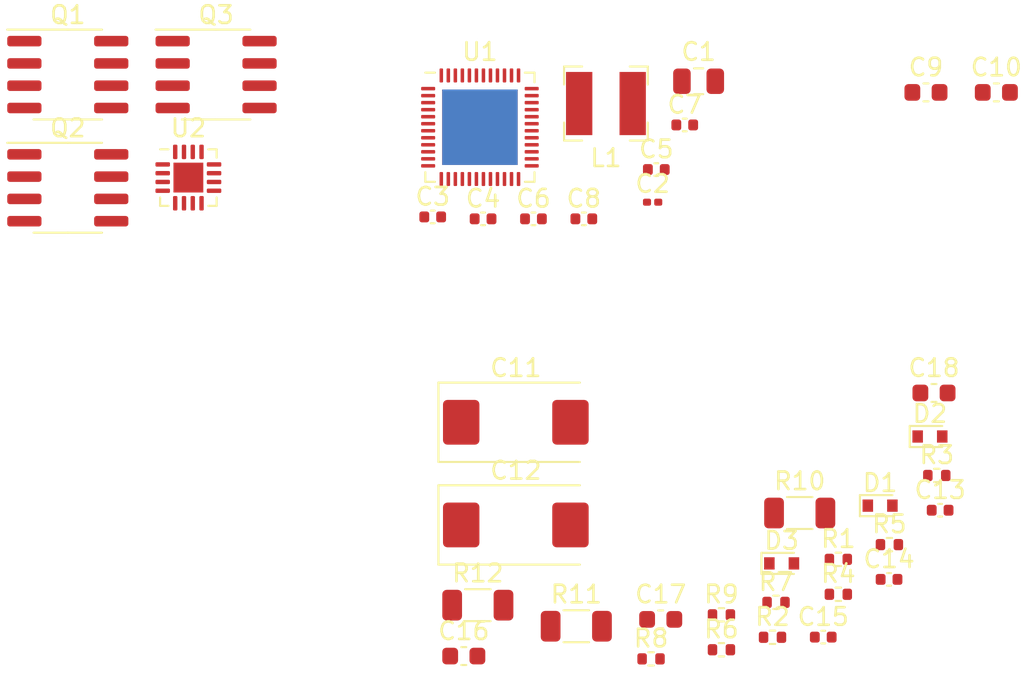
<source format=kicad_pcb>
(kicad_pcb (version 20171130) (host pcbnew "(5.1.10)-1")

  (general
    (thickness 1.6)
    (drawings 0)
    (tracks 0)
    (zones 0)
    (modules 39)
    (nets 72)
  )

  (page A4)
  (layers
    (0 F.Cu signal)
    (1 In1.Cu signal)
    (2 In2.Cu signal)
    (31 B.Cu signal)
    (32 B.Adhes user)
    (33 F.Adhes user)
    (34 B.Paste user)
    (35 F.Paste user)
    (36 B.SilkS user)
    (37 F.SilkS user)
    (38 B.Mask user)
    (39 F.Mask user)
    (40 Dwgs.User user)
    (41 Cmts.User user)
    (42 Eco1.User user)
    (43 Eco2.User user)
    (44 Edge.Cuts user)
    (45 Margin user)
    (46 B.CrtYd user)
    (47 F.CrtYd user)
    (48 B.Fab user)
    (49 F.Fab user)
  )

  (setup
    (last_trace_width 0.25)
    (trace_clearance 0.2)
    (zone_clearance 0.508)
    (zone_45_only no)
    (trace_min 0.2)
    (via_size 0.8)
    (via_drill 0.4)
    (via_min_size 0.4)
    (via_min_drill 0.3)
    (uvia_size 0.3)
    (uvia_drill 0.1)
    (uvias_allowed no)
    (uvia_min_size 0.2)
    (uvia_min_drill 0.1)
    (edge_width 0.05)
    (segment_width 0.2)
    (pcb_text_width 0.3)
    (pcb_text_size 1.5 1.5)
    (mod_edge_width 0.12)
    (mod_text_size 1 1)
    (mod_text_width 0.15)
    (pad_size 1.524 1.524)
    (pad_drill 0.762)
    (pad_to_mask_clearance 0)
    (aux_axis_origin 0 0)
    (visible_elements FFFFFF7F)
    (pcbplotparams
      (layerselection 0x010fc_ffffffff)
      (usegerberextensions false)
      (usegerberattributes true)
      (usegerberadvancedattributes true)
      (creategerberjobfile true)
      (excludeedgelayer true)
      (linewidth 0.100000)
      (plotframeref false)
      (viasonmask false)
      (mode 1)
      (useauxorigin false)
      (hpglpennumber 1)
      (hpglpenspeed 20)
      (hpglpendiameter 15.000000)
      (psnegative false)
      (psa4output false)
      (plotreference true)
      (plotvalue true)
      (plotinvisibletext false)
      (padsonsilk false)
      (subtractmaskfromsilk false)
      (outputformat 1)
      (mirror false)
      (drillshape 1)
      (scaleselection 1)
      (outputdirectory ""))
  )

  (net 0 "")
  (net 1 "Net-(C1-Pad2)")
  (net 2 "Net-(C2-Pad2)")
  (net 3 "Net-(C3-Pad2)")
  (net 4 "Net-(C3-Pad1)")
  (net 5 "Net-(C4-Pad1)")
  (net 6 "Net-(C5-Pad1)")
  (net 7 "Net-(C6-Pad1)")
  (net 8 "Net-(C7-Pad1)")
  (net 9 "Net-(C8-Pad1)")
  (net 10 "Net-(L1-Pad2)")
  (net 11 "Net-(L1-Pad1)")
  (net 12 "Net-(U1-Pad1)")
  (net 13 "Net-(U1-Pad2)")
  (net 14 "Net-(U1-Pad3)")
  (net 15 "Net-(U1-Pad12)")
  (net 16 "Net-(U1-Pad13)")
  (net 17 "Net-(U1-Pad14)")
  (net 18 "Net-(U1-Pad15)")
  (net 19 "Net-(U1-Pad33)")
  (net 20 "Net-(U1-Pad34)")
  (net 21 "Net-(U1-Pad35)")
  (net 22 "Net-(U1-Pad36)")
  (net 23 "Net-(U1-Pad37)")
  (net 24 "Net-(U1-Pad38)")
  (net 25 "Net-(U1-Pad39)")
  (net 26 "Net-(U1-Pad40)")
  (net 27 "Net-(U1-Pad44)")
  (net 28 "Net-(U1-Pad45)")
  (net 29 "Net-(U1-Pad46)")
  (net 30 "Net-(U1-Pad47)")
  (net 31 "Net-(U1-Pad48)")
  (net 32 GND)
  (net 33 VDC)
  (net 34 /AIO0)
  (net 35 /AIO1)
  (net 36 /AIO2)
  (net 37 /AIO3)
  (net 38 /AIO4)
  (net 39 /AIO5)
  (net 40 "Net-(C16-Pad2)")
  (net 41 "Net-(C17-Pad2)")
  (net 42 "Net-(C18-Pad2)")
  (net 43 /US)
  (net 44 /VS)
  (net 45 /WS)
  (net 46 /UOUT)
  (net 47 /UL)
  (net 48 /UH)
  (net 49 /VOUT)
  (net 50 /VL)
  (net 51 /VH)
  (net 52 /WOUT)
  (net 53 /WL)
  (net 54 /WH)
  (net 55 "Net-(U2-Pad17)")
  (net 56 "Net-(U2-Pad16)")
  (net 57 "Net-(U2-Pad15)")
  (net 58 "Net-(U2-Pad14)")
  (net 59 "Net-(U2-Pad13)")
  (net 60 "Net-(U2-Pad12)")
  (net 61 "Net-(U2-Pad11)")
  (net 62 "Net-(U2-Pad10)")
  (net 63 "Net-(U2-Pad9)")
  (net 64 "Net-(U2-Pad8)")
  (net 65 "Net-(U2-Pad7)")
  (net 66 "Net-(U2-Pad6)")
  (net 67 "Net-(U2-Pad5)")
  (net 68 "Net-(U2-Pad4)")
  (net 69 "Net-(U2-Pad3)")
  (net 70 "Net-(U2-Pad2)")
  (net 71 "Net-(U2-Pad1)")

  (net_class Default "This is the default net class."
    (clearance 0.2)
    (trace_width 0.25)
    (via_dia 0.8)
    (via_drill 0.4)
    (uvia_dia 0.3)
    (uvia_drill 0.1)
    (add_net /AIO0)
    (add_net /AIO1)
    (add_net /AIO2)
    (add_net /AIO3)
    (add_net /AIO4)
    (add_net /AIO5)
    (add_net /UH)
    (add_net /UL)
    (add_net /UOUT)
    (add_net /US)
    (add_net /VH)
    (add_net /VL)
    (add_net /VOUT)
    (add_net /VS)
    (add_net /WH)
    (add_net /WL)
    (add_net /WOUT)
    (add_net /WS)
    (add_net GND)
    (add_net "Net-(C1-Pad2)")
    (add_net "Net-(C16-Pad2)")
    (add_net "Net-(C17-Pad2)")
    (add_net "Net-(C18-Pad2)")
    (add_net "Net-(C2-Pad2)")
    (add_net "Net-(C3-Pad1)")
    (add_net "Net-(C3-Pad2)")
    (add_net "Net-(C4-Pad1)")
    (add_net "Net-(C5-Pad1)")
    (add_net "Net-(C6-Pad1)")
    (add_net "Net-(C7-Pad1)")
    (add_net "Net-(C8-Pad1)")
    (add_net "Net-(L1-Pad1)")
    (add_net "Net-(L1-Pad2)")
    (add_net "Net-(U1-Pad1)")
    (add_net "Net-(U1-Pad12)")
    (add_net "Net-(U1-Pad13)")
    (add_net "Net-(U1-Pad14)")
    (add_net "Net-(U1-Pad15)")
    (add_net "Net-(U1-Pad2)")
    (add_net "Net-(U1-Pad3)")
    (add_net "Net-(U1-Pad33)")
    (add_net "Net-(U1-Pad34)")
    (add_net "Net-(U1-Pad35)")
    (add_net "Net-(U1-Pad36)")
    (add_net "Net-(U1-Pad37)")
    (add_net "Net-(U1-Pad38)")
    (add_net "Net-(U1-Pad39)")
    (add_net "Net-(U1-Pad40)")
    (add_net "Net-(U1-Pad44)")
    (add_net "Net-(U1-Pad45)")
    (add_net "Net-(U1-Pad46)")
    (add_net "Net-(U1-Pad47)")
    (add_net "Net-(U1-Pad48)")
    (add_net "Net-(U2-Pad1)")
    (add_net "Net-(U2-Pad10)")
    (add_net "Net-(U2-Pad11)")
    (add_net "Net-(U2-Pad12)")
    (add_net "Net-(U2-Pad13)")
    (add_net "Net-(U2-Pad14)")
    (add_net "Net-(U2-Pad15)")
    (add_net "Net-(U2-Pad16)")
    (add_net "Net-(U2-Pad17)")
    (add_net "Net-(U2-Pad2)")
    (add_net "Net-(U2-Pad3)")
    (add_net "Net-(U2-Pad4)")
    (add_net "Net-(U2-Pad5)")
    (add_net "Net-(U2-Pad6)")
    (add_net "Net-(U2-Pad7)")
    (add_net "Net-(U2-Pad8)")
    (add_net "Net-(U2-Pad9)")
    (add_net VDC)
  )

  (module Package_DFN_QFN:QFN-16-1EP_3x3mm_P0.5mm_EP1.7x1.7mm (layer F.Cu) (tedit 5DC5F6A3) (tstamp 62E9D725)
    (at 122.44 94.77)
    (descr "QFN, 16 Pin (https://www.st.com/resource/en/datasheet/tsv521.pdf), generated with kicad-footprint-generator ipc_noLead_generator.py")
    (tags "QFN NoLead")
    (path /62EE7D8D)
    (attr smd)
    (fp_text reference U2 (at 0 -2.82) (layer F.SilkS)
      (effects (font (size 1 1) (thickness 0.15)))
    )
    (fp_text value MA730 (at 0 2.82) (layer F.Fab)
      (effects (font (size 1 1) (thickness 0.15)))
    )
    (fp_text user %R (at 0 0) (layer F.Fab)
      (effects (font (size 0.75 0.75) (thickness 0.11)))
    )
    (fp_line (start 1.135 -1.61) (end 1.61 -1.61) (layer F.SilkS) (width 0.12))
    (fp_line (start 1.61 -1.61) (end 1.61 -1.135) (layer F.SilkS) (width 0.12))
    (fp_line (start -1.135 1.61) (end -1.61 1.61) (layer F.SilkS) (width 0.12))
    (fp_line (start -1.61 1.61) (end -1.61 1.135) (layer F.SilkS) (width 0.12))
    (fp_line (start 1.135 1.61) (end 1.61 1.61) (layer F.SilkS) (width 0.12))
    (fp_line (start 1.61 1.61) (end 1.61 1.135) (layer F.SilkS) (width 0.12))
    (fp_line (start -1.135 -1.61) (end -1.61 -1.61) (layer F.SilkS) (width 0.12))
    (fp_line (start -0.75 -1.5) (end 1.5 -1.5) (layer F.Fab) (width 0.1))
    (fp_line (start 1.5 -1.5) (end 1.5 1.5) (layer F.Fab) (width 0.1))
    (fp_line (start 1.5 1.5) (end -1.5 1.5) (layer F.Fab) (width 0.1))
    (fp_line (start -1.5 1.5) (end -1.5 -0.75) (layer F.Fab) (width 0.1))
    (fp_line (start -1.5 -0.75) (end -0.75 -1.5) (layer F.Fab) (width 0.1))
    (fp_line (start -2.12 -2.12) (end -2.12 2.12) (layer F.CrtYd) (width 0.05))
    (fp_line (start -2.12 2.12) (end 2.12 2.12) (layer F.CrtYd) (width 0.05))
    (fp_line (start 2.12 2.12) (end 2.12 -2.12) (layer F.CrtYd) (width 0.05))
    (fp_line (start 2.12 -2.12) (end -2.12 -2.12) (layer F.CrtYd) (width 0.05))
    (pad "" smd roundrect (at 0.425 0.425) (size 0.69 0.69) (layers F.Paste) (roundrect_rratio 0.25))
    (pad "" smd roundrect (at 0.425 -0.425) (size 0.69 0.69) (layers F.Paste) (roundrect_rratio 0.25))
    (pad "" smd roundrect (at -0.425 0.425) (size 0.69 0.69) (layers F.Paste) (roundrect_rratio 0.25))
    (pad "" smd roundrect (at -0.425 -0.425) (size 0.69 0.69) (layers F.Paste) (roundrect_rratio 0.25))
    (pad 17 smd rect (at 0 0) (size 1.7 1.7) (layers F.Cu F.Mask)
      (net 55 "Net-(U2-Pad17)"))
    (pad 16 smd roundrect (at -0.75 -1.4625) (size 0.25 0.825) (layers F.Cu F.Paste F.Mask) (roundrect_rratio 0.25)
      (net 56 "Net-(U2-Pad16)"))
    (pad 15 smd roundrect (at -0.25 -1.4625) (size 0.25 0.825) (layers F.Cu F.Paste F.Mask) (roundrect_rratio 0.25)
      (net 57 "Net-(U2-Pad15)"))
    (pad 14 smd roundrect (at 0.25 -1.4625) (size 0.25 0.825) (layers F.Cu F.Paste F.Mask) (roundrect_rratio 0.25)
      (net 58 "Net-(U2-Pad14)"))
    (pad 13 smd roundrect (at 0.75 -1.4625) (size 0.25 0.825) (layers F.Cu F.Paste F.Mask) (roundrect_rratio 0.25)
      (net 59 "Net-(U2-Pad13)"))
    (pad 12 smd roundrect (at 1.4625 -0.75) (size 0.825 0.25) (layers F.Cu F.Paste F.Mask) (roundrect_rratio 0.25)
      (net 60 "Net-(U2-Pad12)"))
    (pad 11 smd roundrect (at 1.4625 -0.25) (size 0.825 0.25) (layers F.Cu F.Paste F.Mask) (roundrect_rratio 0.25)
      (net 61 "Net-(U2-Pad11)"))
    (pad 10 smd roundrect (at 1.4625 0.25) (size 0.825 0.25) (layers F.Cu F.Paste F.Mask) (roundrect_rratio 0.25)
      (net 62 "Net-(U2-Pad10)"))
    (pad 9 smd roundrect (at 1.4625 0.75) (size 0.825 0.25) (layers F.Cu F.Paste F.Mask) (roundrect_rratio 0.25)
      (net 63 "Net-(U2-Pad9)"))
    (pad 8 smd roundrect (at 0.75 1.4625) (size 0.25 0.825) (layers F.Cu F.Paste F.Mask) (roundrect_rratio 0.25)
      (net 64 "Net-(U2-Pad8)"))
    (pad 7 smd roundrect (at 0.25 1.4625) (size 0.25 0.825) (layers F.Cu F.Paste F.Mask) (roundrect_rratio 0.25)
      (net 65 "Net-(U2-Pad7)"))
    (pad 6 smd roundrect (at -0.25 1.4625) (size 0.25 0.825) (layers F.Cu F.Paste F.Mask) (roundrect_rratio 0.25)
      (net 66 "Net-(U2-Pad6)"))
    (pad 5 smd roundrect (at -0.75 1.4625) (size 0.25 0.825) (layers F.Cu F.Paste F.Mask) (roundrect_rratio 0.25)
      (net 67 "Net-(U2-Pad5)"))
    (pad 4 smd roundrect (at -1.4625 0.75) (size 0.825 0.25) (layers F.Cu F.Paste F.Mask) (roundrect_rratio 0.25)
      (net 68 "Net-(U2-Pad4)"))
    (pad 3 smd roundrect (at -1.4625 0.25) (size 0.825 0.25) (layers F.Cu F.Paste F.Mask) (roundrect_rratio 0.25)
      (net 69 "Net-(U2-Pad3)"))
    (pad 2 smd roundrect (at -1.4625 -0.25) (size 0.825 0.25) (layers F.Cu F.Paste F.Mask) (roundrect_rratio 0.25)
      (net 70 "Net-(U2-Pad2)"))
    (pad 1 smd roundrect (at -1.4625 -0.75) (size 0.825 0.25) (layers F.Cu F.Paste F.Mask) (roundrect_rratio 0.25)
      (net 71 "Net-(U2-Pad1)"))
    (model ${KISYS3DMOD}/Package_DFN_QFN.3dshapes/QFN-16-1EP_3x3mm_P0.5mm_EP1.7x1.7mm.wrl
      (at (xyz 0 0 0))
      (scale (xyz 1 1 1))
      (rotate (xyz 0 0 0))
    )
  )

  (module Package_SO:SOIC-8_3.9x4.9mm_P1.27mm (layer F.Cu) (tedit 5D9F72B1) (tstamp 62E9D4DD)
    (at 124.02 88.9)
    (descr "SOIC, 8 Pin (JEDEC MS-012AA, https://www.analog.com/media/en/package-pcb-resources/package/pkg_pdf/soic_narrow-r/r_8.pdf), generated with kicad-footprint-generator ipc_gullwing_generator.py")
    (tags "SOIC SO")
    (path /62F94954)
    (attr smd)
    (fp_text reference Q3 (at 0 -3.4) (layer F.SilkS)
      (effects (font (size 1 1) (thickness 0.15)))
    )
    (fp_text value FDS6898A (at 0 3.4) (layer F.Fab)
      (effects (font (size 1 1) (thickness 0.15)))
    )
    (fp_text user %R (at 0 0) (layer F.Fab)
      (effects (font (size 0.98 0.98) (thickness 0.15)))
    )
    (fp_line (start 0 2.56) (end 1.95 2.56) (layer F.SilkS) (width 0.12))
    (fp_line (start 0 2.56) (end -1.95 2.56) (layer F.SilkS) (width 0.12))
    (fp_line (start 0 -2.56) (end 1.95 -2.56) (layer F.SilkS) (width 0.12))
    (fp_line (start 0 -2.56) (end -3.45 -2.56) (layer F.SilkS) (width 0.12))
    (fp_line (start -0.975 -2.45) (end 1.95 -2.45) (layer F.Fab) (width 0.1))
    (fp_line (start 1.95 -2.45) (end 1.95 2.45) (layer F.Fab) (width 0.1))
    (fp_line (start 1.95 2.45) (end -1.95 2.45) (layer F.Fab) (width 0.1))
    (fp_line (start -1.95 2.45) (end -1.95 -1.475) (layer F.Fab) (width 0.1))
    (fp_line (start -1.95 -1.475) (end -0.975 -2.45) (layer F.Fab) (width 0.1))
    (fp_line (start -3.7 -2.7) (end -3.7 2.7) (layer F.CrtYd) (width 0.05))
    (fp_line (start -3.7 2.7) (end 3.7 2.7) (layer F.CrtYd) (width 0.05))
    (fp_line (start 3.7 2.7) (end 3.7 -2.7) (layer F.CrtYd) (width 0.05))
    (fp_line (start 3.7 -2.7) (end -3.7 -2.7) (layer F.CrtYd) (width 0.05))
    (pad 8 smd roundrect (at 2.475 -1.905) (size 1.95 0.6) (layers F.Cu F.Paste F.Mask) (roundrect_rratio 0.25)
      (net 33 VDC))
    (pad 7 smd roundrect (at 2.475 -0.635) (size 1.95 0.6) (layers F.Cu F.Paste F.Mask) (roundrect_rratio 0.25)
      (net 33 VDC))
    (pad 6 smd roundrect (at 2.475 0.635) (size 1.95 0.6) (layers F.Cu F.Paste F.Mask) (roundrect_rratio 0.25)
      (net 52 /WOUT))
    (pad 5 smd roundrect (at 2.475 1.905) (size 1.95 0.6) (layers F.Cu F.Paste F.Mask) (roundrect_rratio 0.25)
      (net 52 /WOUT))
    (pad 4 smd roundrect (at -2.475 1.905) (size 1.95 0.6) (layers F.Cu F.Paste F.Mask) (roundrect_rratio 0.25)
      (net 53 /WL))
    (pad 3 smd roundrect (at -2.475 0.635) (size 1.95 0.6) (layers F.Cu F.Paste F.Mask) (roundrect_rratio 0.25)
      (net 42 "Net-(C18-Pad2)"))
    (pad 2 smd roundrect (at -2.475 -0.635) (size 1.95 0.6) (layers F.Cu F.Paste F.Mask) (roundrect_rratio 0.25)
      (net 54 /WH))
    (pad 1 smd roundrect (at -2.475 -1.905) (size 1.95 0.6) (layers F.Cu F.Paste F.Mask) (roundrect_rratio 0.25)
      (net 52 /WOUT))
    (model ${KISYS3DMOD}/Package_SO.3dshapes/SOIC-8_3.9x4.9mm_P1.27mm.wrl
      (at (xyz 0 0 0))
      (scale (xyz 1 1 1))
      (rotate (xyz 0 0 0))
    )
  )

  (module Package_SO:SOIC-8_3.9x4.9mm_P1.27mm (layer F.Cu) (tedit 5D9F72B1) (tstamp 62E9D4C3)
    (at 115.57 95.35)
    (descr "SOIC, 8 Pin (JEDEC MS-012AA, https://www.analog.com/media/en/package-pcb-resources/package/pkg_pdf/soic_narrow-r/r_8.pdf), generated with kicad-footprint-generator ipc_gullwing_generator.py")
    (tags "SOIC SO")
    (path /62F8CC76)
    (attr smd)
    (fp_text reference Q2 (at 0 -3.4) (layer F.SilkS)
      (effects (font (size 1 1) (thickness 0.15)))
    )
    (fp_text value FDS6898A (at 0 3.4) (layer F.Fab)
      (effects (font (size 1 1) (thickness 0.15)))
    )
    (fp_text user %R (at 0 0) (layer F.Fab)
      (effects (font (size 0.98 0.98) (thickness 0.15)))
    )
    (fp_line (start 0 2.56) (end 1.95 2.56) (layer F.SilkS) (width 0.12))
    (fp_line (start 0 2.56) (end -1.95 2.56) (layer F.SilkS) (width 0.12))
    (fp_line (start 0 -2.56) (end 1.95 -2.56) (layer F.SilkS) (width 0.12))
    (fp_line (start 0 -2.56) (end -3.45 -2.56) (layer F.SilkS) (width 0.12))
    (fp_line (start -0.975 -2.45) (end 1.95 -2.45) (layer F.Fab) (width 0.1))
    (fp_line (start 1.95 -2.45) (end 1.95 2.45) (layer F.Fab) (width 0.1))
    (fp_line (start 1.95 2.45) (end -1.95 2.45) (layer F.Fab) (width 0.1))
    (fp_line (start -1.95 2.45) (end -1.95 -1.475) (layer F.Fab) (width 0.1))
    (fp_line (start -1.95 -1.475) (end -0.975 -2.45) (layer F.Fab) (width 0.1))
    (fp_line (start -3.7 -2.7) (end -3.7 2.7) (layer F.CrtYd) (width 0.05))
    (fp_line (start -3.7 2.7) (end 3.7 2.7) (layer F.CrtYd) (width 0.05))
    (fp_line (start 3.7 2.7) (end 3.7 -2.7) (layer F.CrtYd) (width 0.05))
    (fp_line (start 3.7 -2.7) (end -3.7 -2.7) (layer F.CrtYd) (width 0.05))
    (pad 8 smd roundrect (at 2.475 -1.905) (size 1.95 0.6) (layers F.Cu F.Paste F.Mask) (roundrect_rratio 0.25)
      (net 33 VDC))
    (pad 7 smd roundrect (at 2.475 -0.635) (size 1.95 0.6) (layers F.Cu F.Paste F.Mask) (roundrect_rratio 0.25)
      (net 33 VDC))
    (pad 6 smd roundrect (at 2.475 0.635) (size 1.95 0.6) (layers F.Cu F.Paste F.Mask) (roundrect_rratio 0.25)
      (net 49 /VOUT))
    (pad 5 smd roundrect (at 2.475 1.905) (size 1.95 0.6) (layers F.Cu F.Paste F.Mask) (roundrect_rratio 0.25)
      (net 49 /VOUT))
    (pad 4 smd roundrect (at -2.475 1.905) (size 1.95 0.6) (layers F.Cu F.Paste F.Mask) (roundrect_rratio 0.25)
      (net 50 /VL))
    (pad 3 smd roundrect (at -2.475 0.635) (size 1.95 0.6) (layers F.Cu F.Paste F.Mask) (roundrect_rratio 0.25)
      (net 41 "Net-(C17-Pad2)"))
    (pad 2 smd roundrect (at -2.475 -0.635) (size 1.95 0.6) (layers F.Cu F.Paste F.Mask) (roundrect_rratio 0.25)
      (net 51 /VH))
    (pad 1 smd roundrect (at -2.475 -1.905) (size 1.95 0.6) (layers F.Cu F.Paste F.Mask) (roundrect_rratio 0.25)
      (net 49 /VOUT))
    (model ${KISYS3DMOD}/Package_SO.3dshapes/SOIC-8_3.9x4.9mm_P1.27mm.wrl
      (at (xyz 0 0 0))
      (scale (xyz 1 1 1))
      (rotate (xyz 0 0 0))
    )
  )

  (module Package_SO:SOIC-8_3.9x4.9mm_P1.27mm (layer F.Cu) (tedit 5D9F72B1) (tstamp 62E9D4A9)
    (at 115.57 88.9)
    (descr "SOIC, 8 Pin (JEDEC MS-012AA, https://www.analog.com/media/en/package-pcb-resources/package/pkg_pdf/soic_narrow-r/r_8.pdf), generated with kicad-footprint-generator ipc_gullwing_generator.py")
    (tags "SOIC SO")
    (path /62EED788)
    (attr smd)
    (fp_text reference Q1 (at 0 -3.4) (layer F.SilkS)
      (effects (font (size 1 1) (thickness 0.15)))
    )
    (fp_text value FDS6898A (at 0 3.4) (layer F.Fab)
      (effects (font (size 1 1) (thickness 0.15)))
    )
    (fp_text user %R (at 0 0) (layer F.Fab)
      (effects (font (size 0.98 0.98) (thickness 0.15)))
    )
    (fp_line (start 0 2.56) (end 1.95 2.56) (layer F.SilkS) (width 0.12))
    (fp_line (start 0 2.56) (end -1.95 2.56) (layer F.SilkS) (width 0.12))
    (fp_line (start 0 -2.56) (end 1.95 -2.56) (layer F.SilkS) (width 0.12))
    (fp_line (start 0 -2.56) (end -3.45 -2.56) (layer F.SilkS) (width 0.12))
    (fp_line (start -0.975 -2.45) (end 1.95 -2.45) (layer F.Fab) (width 0.1))
    (fp_line (start 1.95 -2.45) (end 1.95 2.45) (layer F.Fab) (width 0.1))
    (fp_line (start 1.95 2.45) (end -1.95 2.45) (layer F.Fab) (width 0.1))
    (fp_line (start -1.95 2.45) (end -1.95 -1.475) (layer F.Fab) (width 0.1))
    (fp_line (start -1.95 -1.475) (end -0.975 -2.45) (layer F.Fab) (width 0.1))
    (fp_line (start -3.7 -2.7) (end -3.7 2.7) (layer F.CrtYd) (width 0.05))
    (fp_line (start -3.7 2.7) (end 3.7 2.7) (layer F.CrtYd) (width 0.05))
    (fp_line (start 3.7 2.7) (end 3.7 -2.7) (layer F.CrtYd) (width 0.05))
    (fp_line (start 3.7 -2.7) (end -3.7 -2.7) (layer F.CrtYd) (width 0.05))
    (pad 8 smd roundrect (at 2.475 -1.905) (size 1.95 0.6) (layers F.Cu F.Paste F.Mask) (roundrect_rratio 0.25)
      (net 33 VDC))
    (pad 7 smd roundrect (at 2.475 -0.635) (size 1.95 0.6) (layers F.Cu F.Paste F.Mask) (roundrect_rratio 0.25)
      (net 33 VDC))
    (pad 6 smd roundrect (at 2.475 0.635) (size 1.95 0.6) (layers F.Cu F.Paste F.Mask) (roundrect_rratio 0.25)
      (net 46 /UOUT))
    (pad 5 smd roundrect (at 2.475 1.905) (size 1.95 0.6) (layers F.Cu F.Paste F.Mask) (roundrect_rratio 0.25)
      (net 46 /UOUT))
    (pad 4 smd roundrect (at -2.475 1.905) (size 1.95 0.6) (layers F.Cu F.Paste F.Mask) (roundrect_rratio 0.25)
      (net 47 /UL))
    (pad 3 smd roundrect (at -2.475 0.635) (size 1.95 0.6) (layers F.Cu F.Paste F.Mask) (roundrect_rratio 0.25)
      (net 40 "Net-(C16-Pad2)"))
    (pad 2 smd roundrect (at -2.475 -0.635) (size 1.95 0.6) (layers F.Cu F.Paste F.Mask) (roundrect_rratio 0.25)
      (net 48 /UH))
    (pad 1 smd roundrect (at -2.475 -1.905) (size 1.95 0.6) (layers F.Cu F.Paste F.Mask) (roundrect_rratio 0.25)
      (net 46 /UOUT))
    (model ${KISYS3DMOD}/Package_SO.3dshapes/SOIC-8_3.9x4.9mm_P1.27mm.wrl
      (at (xyz 0 0 0))
      (scale (xyz 1 1 1))
      (rotate (xyz 0 0 0))
    )
  )

  (module Resistor_SMD:R_1206_3216Metric (layer F.Cu) (tedit 5F68FEEE) (tstamp 62E9C10F)
    (at 138.932 119.132)
    (descr "Resistor SMD 1206 (3216 Metric), square (rectangular) end terminal, IPC_7351 nominal, (Body size source: IPC-SM-782 page 72, https://www.pcb-3d.com/wordpress/wp-content/uploads/ipc-sm-782a_amendment_1_and_2.pdf), generated with kicad-footprint-generator")
    (tags resistor)
    (path /62F9491D)
    (attr smd)
    (fp_text reference R12 (at 0 -1.82) (layer F.SilkS)
      (effects (font (size 1 1) (thickness 0.15)))
    )
    (fp_text value 0.1 (at 0 1.82) (layer F.Fab)
      (effects (font (size 1 1) (thickness 0.15)))
    )
    (fp_text user %R (at 0 0) (layer F.Fab)
      (effects (font (size 0.8 0.8) (thickness 0.12)))
    )
    (fp_line (start -1.6 0.8) (end -1.6 -0.8) (layer F.Fab) (width 0.1))
    (fp_line (start -1.6 -0.8) (end 1.6 -0.8) (layer F.Fab) (width 0.1))
    (fp_line (start 1.6 -0.8) (end 1.6 0.8) (layer F.Fab) (width 0.1))
    (fp_line (start 1.6 0.8) (end -1.6 0.8) (layer F.Fab) (width 0.1))
    (fp_line (start -0.727064 -0.91) (end 0.727064 -0.91) (layer F.SilkS) (width 0.12))
    (fp_line (start -0.727064 0.91) (end 0.727064 0.91) (layer F.SilkS) (width 0.12))
    (fp_line (start -2.28 1.12) (end -2.28 -1.12) (layer F.CrtYd) (width 0.05))
    (fp_line (start -2.28 -1.12) (end 2.28 -1.12) (layer F.CrtYd) (width 0.05))
    (fp_line (start 2.28 -1.12) (end 2.28 1.12) (layer F.CrtYd) (width 0.05))
    (fp_line (start 2.28 1.12) (end -2.28 1.12) (layer F.CrtYd) (width 0.05))
    (pad 2 smd roundrect (at 1.4625 0) (size 1.125 1.75) (layers F.Cu F.Paste F.Mask) (roundrect_rratio 0.222222)
      (net 32 GND))
    (pad 1 smd roundrect (at -1.4625 0) (size 1.125 1.75) (layers F.Cu F.Paste F.Mask) (roundrect_rratio 0.222222)
      (net 42 "Net-(C18-Pad2)"))
    (model ${KISYS3DMOD}/Resistor_SMD.3dshapes/R_1206_3216Metric.wrl
      (at (xyz 0 0 0))
      (scale (xyz 1 1 1))
      (rotate (xyz 0 0 0))
    )
  )

  (module Resistor_SMD:R_1206_3216Metric (layer F.Cu) (tedit 5F68FEEE) (tstamp 62E9C0FE)
    (at 144.542 120.332)
    (descr "Resistor SMD 1206 (3216 Metric), square (rectangular) end terminal, IPC_7351 nominal, (Body size source: IPC-SM-782 page 72, https://www.pcb-3d.com/wordpress/wp-content/uploads/ipc-sm-782a_amendment_1_and_2.pdf), generated with kicad-footprint-generator")
    (tags resistor)
    (path /62F8CC3F)
    (attr smd)
    (fp_text reference R11 (at 0 -1.82) (layer F.SilkS)
      (effects (font (size 1 1) (thickness 0.15)))
    )
    (fp_text value 0.1 (at 0 1.82) (layer F.Fab)
      (effects (font (size 1 1) (thickness 0.15)))
    )
    (fp_text user %R (at 0 0) (layer F.Fab)
      (effects (font (size 0.8 0.8) (thickness 0.12)))
    )
    (fp_line (start -1.6 0.8) (end -1.6 -0.8) (layer F.Fab) (width 0.1))
    (fp_line (start -1.6 -0.8) (end 1.6 -0.8) (layer F.Fab) (width 0.1))
    (fp_line (start 1.6 -0.8) (end 1.6 0.8) (layer F.Fab) (width 0.1))
    (fp_line (start 1.6 0.8) (end -1.6 0.8) (layer F.Fab) (width 0.1))
    (fp_line (start -0.727064 -0.91) (end 0.727064 -0.91) (layer F.SilkS) (width 0.12))
    (fp_line (start -0.727064 0.91) (end 0.727064 0.91) (layer F.SilkS) (width 0.12))
    (fp_line (start -2.28 1.12) (end -2.28 -1.12) (layer F.CrtYd) (width 0.05))
    (fp_line (start -2.28 -1.12) (end 2.28 -1.12) (layer F.CrtYd) (width 0.05))
    (fp_line (start 2.28 -1.12) (end 2.28 1.12) (layer F.CrtYd) (width 0.05))
    (fp_line (start 2.28 1.12) (end -2.28 1.12) (layer F.CrtYd) (width 0.05))
    (pad 2 smd roundrect (at 1.4625 0) (size 1.125 1.75) (layers F.Cu F.Paste F.Mask) (roundrect_rratio 0.222222)
      (net 32 GND))
    (pad 1 smd roundrect (at -1.4625 0) (size 1.125 1.75) (layers F.Cu F.Paste F.Mask) (roundrect_rratio 0.222222)
      (net 41 "Net-(C17-Pad2)"))
    (model ${KISYS3DMOD}/Resistor_SMD.3dshapes/R_1206_3216Metric.wrl
      (at (xyz 0 0 0))
      (scale (xyz 1 1 1))
      (rotate (xyz 0 0 0))
    )
  )

  (module Resistor_SMD:R_1206_3216Metric (layer F.Cu) (tedit 5F68FEEE) (tstamp 62E9C0ED)
    (at 157.272 113.882)
    (descr "Resistor SMD 1206 (3216 Metric), square (rectangular) end terminal, IPC_7351 nominal, (Body size source: IPC-SM-782 page 72, https://www.pcb-3d.com/wordpress/wp-content/uploads/ipc-sm-782a_amendment_1_and_2.pdf), generated with kicad-footprint-generator")
    (tags resistor)
    (path /62F3E04B)
    (attr smd)
    (fp_text reference R10 (at 0 -1.82) (layer F.SilkS)
      (effects (font (size 1 1) (thickness 0.15)))
    )
    (fp_text value 0.1 (at 0 1.82) (layer F.Fab)
      (effects (font (size 1 1) (thickness 0.15)))
    )
    (fp_text user %R (at 0 0) (layer F.Fab)
      (effects (font (size 0.8 0.8) (thickness 0.12)))
    )
    (fp_line (start -1.6 0.8) (end -1.6 -0.8) (layer F.Fab) (width 0.1))
    (fp_line (start -1.6 -0.8) (end 1.6 -0.8) (layer F.Fab) (width 0.1))
    (fp_line (start 1.6 -0.8) (end 1.6 0.8) (layer F.Fab) (width 0.1))
    (fp_line (start 1.6 0.8) (end -1.6 0.8) (layer F.Fab) (width 0.1))
    (fp_line (start -0.727064 -0.91) (end 0.727064 -0.91) (layer F.SilkS) (width 0.12))
    (fp_line (start -0.727064 0.91) (end 0.727064 0.91) (layer F.SilkS) (width 0.12))
    (fp_line (start -2.28 1.12) (end -2.28 -1.12) (layer F.CrtYd) (width 0.05))
    (fp_line (start -2.28 -1.12) (end 2.28 -1.12) (layer F.CrtYd) (width 0.05))
    (fp_line (start 2.28 -1.12) (end 2.28 1.12) (layer F.CrtYd) (width 0.05))
    (fp_line (start 2.28 1.12) (end -2.28 1.12) (layer F.CrtYd) (width 0.05))
    (pad 2 smd roundrect (at 1.4625 0) (size 1.125 1.75) (layers F.Cu F.Paste F.Mask) (roundrect_rratio 0.222222)
      (net 32 GND))
    (pad 1 smd roundrect (at -1.4625 0) (size 1.125 1.75) (layers F.Cu F.Paste F.Mask) (roundrect_rratio 0.222222)
      (net 40 "Net-(C16-Pad2)"))
    (model ${KISYS3DMOD}/Resistor_SMD.3dshapes/R_1206_3216Metric.wrl
      (at (xyz 0 0 0))
      (scale (xyz 1 1 1))
      (rotate (xyz 0 0 0))
    )
  )

  (module Resistor_SMD:R_0402_1005Metric (layer F.Cu) (tedit 5F68FEEE) (tstamp 62E9C0DC)
    (at 152.812 119.682)
    (descr "Resistor SMD 0402 (1005 Metric), square (rectangular) end terminal, IPC_7351 nominal, (Body size source: IPC-SM-782 page 72, https://www.pcb-3d.com/wordpress/wp-content/uploads/ipc-sm-782a_amendment_1_and_2.pdf), generated with kicad-footprint-generator")
    (tags resistor)
    (path /62F94929)
    (attr smd)
    (fp_text reference R9 (at 0 -1.17) (layer F.SilkS)
      (effects (font (size 1 1) (thickness 0.15)))
    )
    (fp_text value 100 (at 0 1.17) (layer F.Fab)
      (effects (font (size 1 1) (thickness 0.15)))
    )
    (fp_text user %R (at 0 0) (layer F.Fab)
      (effects (font (size 0.26 0.26) (thickness 0.04)))
    )
    (fp_line (start -0.525 0.27) (end -0.525 -0.27) (layer F.Fab) (width 0.1))
    (fp_line (start -0.525 -0.27) (end 0.525 -0.27) (layer F.Fab) (width 0.1))
    (fp_line (start 0.525 -0.27) (end 0.525 0.27) (layer F.Fab) (width 0.1))
    (fp_line (start 0.525 0.27) (end -0.525 0.27) (layer F.Fab) (width 0.1))
    (fp_line (start -0.153641 -0.38) (end 0.153641 -0.38) (layer F.SilkS) (width 0.12))
    (fp_line (start -0.153641 0.38) (end 0.153641 0.38) (layer F.SilkS) (width 0.12))
    (fp_line (start -0.93 0.47) (end -0.93 -0.47) (layer F.CrtYd) (width 0.05))
    (fp_line (start -0.93 -0.47) (end 0.93 -0.47) (layer F.CrtYd) (width 0.05))
    (fp_line (start 0.93 -0.47) (end 0.93 0.47) (layer F.CrtYd) (width 0.05))
    (fp_line (start 0.93 0.47) (end -0.93 0.47) (layer F.CrtYd) (width 0.05))
    (pad 2 smd roundrect (at 0.51 0) (size 0.54 0.64) (layers F.Cu F.Paste F.Mask) (roundrect_rratio 0.25)
      (net 38 /AIO4))
    (pad 1 smd roundrect (at -0.51 0) (size 0.54 0.64) (layers F.Cu F.Paste F.Mask) (roundrect_rratio 0.25)
      (net 32 GND))
    (model ${KISYS3DMOD}/Resistor_SMD.3dshapes/R_0402_1005Metric.wrl
      (at (xyz 0 0 0))
      (scale (xyz 1 1 1))
      (rotate (xyz 0 0 0))
    )
  )

  (module Resistor_SMD:R_0402_1005Metric (layer F.Cu) (tedit 5F68FEEE) (tstamp 62E9C0CB)
    (at 148.802 122.192)
    (descr "Resistor SMD 0402 (1005 Metric), square (rectangular) end terminal, IPC_7351 nominal, (Body size source: IPC-SM-782 page 72, https://www.pcb-3d.com/wordpress/wp-content/uploads/ipc-sm-782a_amendment_1_and_2.pdf), generated with kicad-footprint-generator")
    (tags resistor)
    (path /62F9492F)
    (attr smd)
    (fp_text reference R8 (at 0 -1.17) (layer F.SilkS)
      (effects (font (size 1 1) (thickness 0.15)))
    )
    (fp_text value 100 (at 0 1.17) (layer F.Fab)
      (effects (font (size 1 1) (thickness 0.15)))
    )
    (fp_text user %R (at 0 0) (layer F.Fab)
      (effects (font (size 0.26 0.26) (thickness 0.04)))
    )
    (fp_line (start -0.525 0.27) (end -0.525 -0.27) (layer F.Fab) (width 0.1))
    (fp_line (start -0.525 -0.27) (end 0.525 -0.27) (layer F.Fab) (width 0.1))
    (fp_line (start 0.525 -0.27) (end 0.525 0.27) (layer F.Fab) (width 0.1))
    (fp_line (start 0.525 0.27) (end -0.525 0.27) (layer F.Fab) (width 0.1))
    (fp_line (start -0.153641 -0.38) (end 0.153641 -0.38) (layer F.SilkS) (width 0.12))
    (fp_line (start -0.153641 0.38) (end 0.153641 0.38) (layer F.SilkS) (width 0.12))
    (fp_line (start -0.93 0.47) (end -0.93 -0.47) (layer F.CrtYd) (width 0.05))
    (fp_line (start -0.93 -0.47) (end 0.93 -0.47) (layer F.CrtYd) (width 0.05))
    (fp_line (start 0.93 -0.47) (end 0.93 0.47) (layer F.CrtYd) (width 0.05))
    (fp_line (start 0.93 0.47) (end -0.93 0.47) (layer F.CrtYd) (width 0.05))
    (pad 2 smd roundrect (at 0.51 0) (size 0.54 0.64) (layers F.Cu F.Paste F.Mask) (roundrect_rratio 0.25)
      (net 39 /AIO5))
    (pad 1 smd roundrect (at -0.51 0) (size 0.54 0.64) (layers F.Cu F.Paste F.Mask) (roundrect_rratio 0.25)
      (net 42 "Net-(C18-Pad2)"))
    (model ${KISYS3DMOD}/Resistor_SMD.3dshapes/R_0402_1005Metric.wrl
      (at (xyz 0 0 0))
      (scale (xyz 1 1 1))
      (rotate (xyz 0 0 0))
    )
  )

  (module Resistor_SMD:R_0402_1005Metric (layer F.Cu) (tedit 5F68FEEE) (tstamp 62E9C0BA)
    (at 155.922 118.972)
    (descr "Resistor SMD 0402 (1005 Metric), square (rectangular) end terminal, IPC_7351 nominal, (Body size source: IPC-SM-782 page 72, https://www.pcb-3d.com/wordpress/wp-content/uploads/ipc-sm-782a_amendment_1_and_2.pdf), generated with kicad-footprint-generator")
    (tags resistor)
    (path /62F9493B)
    (attr smd)
    (fp_text reference R7 (at 0 -1.17) (layer F.SilkS)
      (effects (font (size 1 1) (thickness 0.15)))
    )
    (fp_text value 1 (at 0 1.17) (layer F.Fab)
      (effects (font (size 1 1) (thickness 0.15)))
    )
    (fp_text user %R (at 0 0) (layer F.Fab)
      (effects (font (size 0.26 0.26) (thickness 0.04)))
    )
    (fp_line (start -0.525 0.27) (end -0.525 -0.27) (layer F.Fab) (width 0.1))
    (fp_line (start -0.525 -0.27) (end 0.525 -0.27) (layer F.Fab) (width 0.1))
    (fp_line (start 0.525 -0.27) (end 0.525 0.27) (layer F.Fab) (width 0.1))
    (fp_line (start 0.525 0.27) (end -0.525 0.27) (layer F.Fab) (width 0.1))
    (fp_line (start -0.153641 -0.38) (end 0.153641 -0.38) (layer F.SilkS) (width 0.12))
    (fp_line (start -0.153641 0.38) (end 0.153641 0.38) (layer F.SilkS) (width 0.12))
    (fp_line (start -0.93 0.47) (end -0.93 -0.47) (layer F.CrtYd) (width 0.05))
    (fp_line (start -0.93 -0.47) (end 0.93 -0.47) (layer F.CrtYd) (width 0.05))
    (fp_line (start 0.93 -0.47) (end 0.93 0.47) (layer F.CrtYd) (width 0.05))
    (fp_line (start 0.93 0.47) (end -0.93 0.47) (layer F.CrtYd) (width 0.05))
    (pad 2 smd roundrect (at 0.51 0) (size 0.54 0.64) (layers F.Cu F.Paste F.Mask) (roundrect_rratio 0.25)
      (net 45 /WS))
    (pad 1 smd roundrect (at -0.51 0) (size 0.54 0.64) (layers F.Cu F.Paste F.Mask) (roundrect_rratio 0.25)
      (net 52 /WOUT))
    (model ${KISYS3DMOD}/Resistor_SMD.3dshapes/R_0402_1005Metric.wrl
      (at (xyz 0 0 0))
      (scale (xyz 1 1 1))
      (rotate (xyz 0 0 0))
    )
  )

  (module Resistor_SMD:R_0402_1005Metric (layer F.Cu) (tedit 5F68FEEE) (tstamp 62E9C0A9)
    (at 152.812 121.672)
    (descr "Resistor SMD 0402 (1005 Metric), square (rectangular) end terminal, IPC_7351 nominal, (Body size source: IPC-SM-782 page 72, https://www.pcb-3d.com/wordpress/wp-content/uploads/ipc-sm-782a_amendment_1_and_2.pdf), generated with kicad-footprint-generator")
    (tags resistor)
    (path /62F8CC4B)
    (attr smd)
    (fp_text reference R6 (at 0 -1.17) (layer F.SilkS)
      (effects (font (size 1 1) (thickness 0.15)))
    )
    (fp_text value 100 (at 0 1.17) (layer F.Fab)
      (effects (font (size 1 1) (thickness 0.15)))
    )
    (fp_text user %R (at 0 0) (layer F.Fab)
      (effects (font (size 0.26 0.26) (thickness 0.04)))
    )
    (fp_line (start -0.525 0.27) (end -0.525 -0.27) (layer F.Fab) (width 0.1))
    (fp_line (start -0.525 -0.27) (end 0.525 -0.27) (layer F.Fab) (width 0.1))
    (fp_line (start 0.525 -0.27) (end 0.525 0.27) (layer F.Fab) (width 0.1))
    (fp_line (start 0.525 0.27) (end -0.525 0.27) (layer F.Fab) (width 0.1))
    (fp_line (start -0.153641 -0.38) (end 0.153641 -0.38) (layer F.SilkS) (width 0.12))
    (fp_line (start -0.153641 0.38) (end 0.153641 0.38) (layer F.SilkS) (width 0.12))
    (fp_line (start -0.93 0.47) (end -0.93 -0.47) (layer F.CrtYd) (width 0.05))
    (fp_line (start -0.93 -0.47) (end 0.93 -0.47) (layer F.CrtYd) (width 0.05))
    (fp_line (start 0.93 -0.47) (end 0.93 0.47) (layer F.CrtYd) (width 0.05))
    (fp_line (start 0.93 0.47) (end -0.93 0.47) (layer F.CrtYd) (width 0.05))
    (pad 2 smd roundrect (at 0.51 0) (size 0.54 0.64) (layers F.Cu F.Paste F.Mask) (roundrect_rratio 0.25)
      (net 36 /AIO2))
    (pad 1 smd roundrect (at -0.51 0) (size 0.54 0.64) (layers F.Cu F.Paste F.Mask) (roundrect_rratio 0.25)
      (net 32 GND))
    (model ${KISYS3DMOD}/Resistor_SMD.3dshapes/R_0402_1005Metric.wrl
      (at (xyz 0 0 0))
      (scale (xyz 1 1 1))
      (rotate (xyz 0 0 0))
    )
  )

  (module Resistor_SMD:R_0402_1005Metric (layer F.Cu) (tedit 5F68FEEE) (tstamp 62E9C098)
    (at 162.382 115.682)
    (descr "Resistor SMD 0402 (1005 Metric), square (rectangular) end terminal, IPC_7351 nominal, (Body size source: IPC-SM-782 page 72, https://www.pcb-3d.com/wordpress/wp-content/uploads/ipc-sm-782a_amendment_1_and_2.pdf), generated with kicad-footprint-generator")
    (tags resistor)
    (path /62F8CC51)
    (attr smd)
    (fp_text reference R5 (at 0 -1.17) (layer F.SilkS)
      (effects (font (size 1 1) (thickness 0.15)))
    )
    (fp_text value 100 (at 0 1.17) (layer F.Fab)
      (effects (font (size 1 1) (thickness 0.15)))
    )
    (fp_text user %R (at 0 0) (layer F.Fab)
      (effects (font (size 0.26 0.26) (thickness 0.04)))
    )
    (fp_line (start -0.525 0.27) (end -0.525 -0.27) (layer F.Fab) (width 0.1))
    (fp_line (start -0.525 -0.27) (end 0.525 -0.27) (layer F.Fab) (width 0.1))
    (fp_line (start 0.525 -0.27) (end 0.525 0.27) (layer F.Fab) (width 0.1))
    (fp_line (start 0.525 0.27) (end -0.525 0.27) (layer F.Fab) (width 0.1))
    (fp_line (start -0.153641 -0.38) (end 0.153641 -0.38) (layer F.SilkS) (width 0.12))
    (fp_line (start -0.153641 0.38) (end 0.153641 0.38) (layer F.SilkS) (width 0.12))
    (fp_line (start -0.93 0.47) (end -0.93 -0.47) (layer F.CrtYd) (width 0.05))
    (fp_line (start -0.93 -0.47) (end 0.93 -0.47) (layer F.CrtYd) (width 0.05))
    (fp_line (start 0.93 -0.47) (end 0.93 0.47) (layer F.CrtYd) (width 0.05))
    (fp_line (start 0.93 0.47) (end -0.93 0.47) (layer F.CrtYd) (width 0.05))
    (pad 2 smd roundrect (at 0.51 0) (size 0.54 0.64) (layers F.Cu F.Paste F.Mask) (roundrect_rratio 0.25)
      (net 37 /AIO3))
    (pad 1 smd roundrect (at -0.51 0) (size 0.54 0.64) (layers F.Cu F.Paste F.Mask) (roundrect_rratio 0.25)
      (net 41 "Net-(C17-Pad2)"))
    (model ${KISYS3DMOD}/Resistor_SMD.3dshapes/R_0402_1005Metric.wrl
      (at (xyz 0 0 0))
      (scale (xyz 1 1 1))
      (rotate (xyz 0 0 0))
    )
  )

  (module Resistor_SMD:R_0402_1005Metric (layer F.Cu) (tedit 5F68FEEE) (tstamp 62E9C087)
    (at 159.472 118.512)
    (descr "Resistor SMD 0402 (1005 Metric), square (rectangular) end terminal, IPC_7351 nominal, (Body size source: IPC-SM-782 page 72, https://www.pcb-3d.com/wordpress/wp-content/uploads/ipc-sm-782a_amendment_1_and_2.pdf), generated with kicad-footprint-generator")
    (tags resistor)
    (path /62F8CC5D)
    (attr smd)
    (fp_text reference R4 (at 0 -1.17) (layer F.SilkS)
      (effects (font (size 1 1) (thickness 0.15)))
    )
    (fp_text value 1 (at 0 1.17) (layer F.Fab)
      (effects (font (size 1 1) (thickness 0.15)))
    )
    (fp_text user %R (at 0 0) (layer F.Fab)
      (effects (font (size 0.26 0.26) (thickness 0.04)))
    )
    (fp_line (start -0.525 0.27) (end -0.525 -0.27) (layer F.Fab) (width 0.1))
    (fp_line (start -0.525 -0.27) (end 0.525 -0.27) (layer F.Fab) (width 0.1))
    (fp_line (start 0.525 -0.27) (end 0.525 0.27) (layer F.Fab) (width 0.1))
    (fp_line (start 0.525 0.27) (end -0.525 0.27) (layer F.Fab) (width 0.1))
    (fp_line (start -0.153641 -0.38) (end 0.153641 -0.38) (layer F.SilkS) (width 0.12))
    (fp_line (start -0.153641 0.38) (end 0.153641 0.38) (layer F.SilkS) (width 0.12))
    (fp_line (start -0.93 0.47) (end -0.93 -0.47) (layer F.CrtYd) (width 0.05))
    (fp_line (start -0.93 -0.47) (end 0.93 -0.47) (layer F.CrtYd) (width 0.05))
    (fp_line (start 0.93 -0.47) (end 0.93 0.47) (layer F.CrtYd) (width 0.05))
    (fp_line (start 0.93 0.47) (end -0.93 0.47) (layer F.CrtYd) (width 0.05))
    (pad 2 smd roundrect (at 0.51 0) (size 0.54 0.64) (layers F.Cu F.Paste F.Mask) (roundrect_rratio 0.25)
      (net 44 /VS))
    (pad 1 smd roundrect (at -0.51 0) (size 0.54 0.64) (layers F.Cu F.Paste F.Mask) (roundrect_rratio 0.25)
      (net 49 /VOUT))
    (model ${KISYS3DMOD}/Resistor_SMD.3dshapes/R_0402_1005Metric.wrl
      (at (xyz 0 0 0))
      (scale (xyz 1 1 1))
      (rotate (xyz 0 0 0))
    )
  )

  (module Resistor_SMD:R_0402_1005Metric (layer F.Cu) (tedit 5F68FEEE) (tstamp 62E9C076)
    (at 165.082 111.742)
    (descr "Resistor SMD 0402 (1005 Metric), square (rectangular) end terminal, IPC_7351 nominal, (Body size source: IPC-SM-782 page 72, https://www.pcb-3d.com/wordpress/wp-content/uploads/ipc-sm-782a_amendment_1_and_2.pdf), generated with kicad-footprint-generator")
    (tags resistor)
    (path /62F377F6)
    (attr smd)
    (fp_text reference R3 (at 0 -1.17) (layer F.SilkS)
      (effects (font (size 1 1) (thickness 0.15)))
    )
    (fp_text value 100 (at 0 1.17) (layer F.Fab)
      (effects (font (size 1 1) (thickness 0.15)))
    )
    (fp_text user %R (at 0 0) (layer F.Fab)
      (effects (font (size 0.26 0.26) (thickness 0.04)))
    )
    (fp_line (start -0.525 0.27) (end -0.525 -0.27) (layer F.Fab) (width 0.1))
    (fp_line (start -0.525 -0.27) (end 0.525 -0.27) (layer F.Fab) (width 0.1))
    (fp_line (start 0.525 -0.27) (end 0.525 0.27) (layer F.Fab) (width 0.1))
    (fp_line (start 0.525 0.27) (end -0.525 0.27) (layer F.Fab) (width 0.1))
    (fp_line (start -0.153641 -0.38) (end 0.153641 -0.38) (layer F.SilkS) (width 0.12))
    (fp_line (start -0.153641 0.38) (end 0.153641 0.38) (layer F.SilkS) (width 0.12))
    (fp_line (start -0.93 0.47) (end -0.93 -0.47) (layer F.CrtYd) (width 0.05))
    (fp_line (start -0.93 -0.47) (end 0.93 -0.47) (layer F.CrtYd) (width 0.05))
    (fp_line (start 0.93 -0.47) (end 0.93 0.47) (layer F.CrtYd) (width 0.05))
    (fp_line (start 0.93 0.47) (end -0.93 0.47) (layer F.CrtYd) (width 0.05))
    (pad 2 smd roundrect (at 0.51 0) (size 0.54 0.64) (layers F.Cu F.Paste F.Mask) (roundrect_rratio 0.25)
      (net 34 /AIO0))
    (pad 1 smd roundrect (at -0.51 0) (size 0.54 0.64) (layers F.Cu F.Paste F.Mask) (roundrect_rratio 0.25)
      (net 32 GND))
    (model ${KISYS3DMOD}/Resistor_SMD.3dshapes/R_0402_1005Metric.wrl
      (at (xyz 0 0 0))
      (scale (xyz 1 1 1))
      (rotate (xyz 0 0 0))
    )
  )

  (module Resistor_SMD:R_0402_1005Metric (layer F.Cu) (tedit 5F68FEEE) (tstamp 62E9C065)
    (at 155.722 120.962)
    (descr "Resistor SMD 0402 (1005 Metric), square (rectangular) end terminal, IPC_7351 nominal, (Body size source: IPC-SM-782 page 72, https://www.pcb-3d.com/wordpress/wp-content/uploads/ipc-sm-782a_amendment_1_and_2.pdf), generated with kicad-footprint-generator")
    (tags resistor)
    (path /62F3741B)
    (attr smd)
    (fp_text reference R2 (at 0 -1.17) (layer F.SilkS)
      (effects (font (size 1 1) (thickness 0.15)))
    )
    (fp_text value 100 (at 0 1.17) (layer F.Fab)
      (effects (font (size 1 1) (thickness 0.15)))
    )
    (fp_text user %R (at 0 0) (layer F.Fab)
      (effects (font (size 0.26 0.26) (thickness 0.04)))
    )
    (fp_line (start -0.525 0.27) (end -0.525 -0.27) (layer F.Fab) (width 0.1))
    (fp_line (start -0.525 -0.27) (end 0.525 -0.27) (layer F.Fab) (width 0.1))
    (fp_line (start 0.525 -0.27) (end 0.525 0.27) (layer F.Fab) (width 0.1))
    (fp_line (start 0.525 0.27) (end -0.525 0.27) (layer F.Fab) (width 0.1))
    (fp_line (start -0.153641 -0.38) (end 0.153641 -0.38) (layer F.SilkS) (width 0.12))
    (fp_line (start -0.153641 0.38) (end 0.153641 0.38) (layer F.SilkS) (width 0.12))
    (fp_line (start -0.93 0.47) (end -0.93 -0.47) (layer F.CrtYd) (width 0.05))
    (fp_line (start -0.93 -0.47) (end 0.93 -0.47) (layer F.CrtYd) (width 0.05))
    (fp_line (start 0.93 -0.47) (end 0.93 0.47) (layer F.CrtYd) (width 0.05))
    (fp_line (start 0.93 0.47) (end -0.93 0.47) (layer F.CrtYd) (width 0.05))
    (pad 2 smd roundrect (at 0.51 0) (size 0.54 0.64) (layers F.Cu F.Paste F.Mask) (roundrect_rratio 0.25)
      (net 35 /AIO1))
    (pad 1 smd roundrect (at -0.51 0) (size 0.54 0.64) (layers F.Cu F.Paste F.Mask) (roundrect_rratio 0.25)
      (net 40 "Net-(C16-Pad2)"))
    (model ${KISYS3DMOD}/Resistor_SMD.3dshapes/R_0402_1005Metric.wrl
      (at (xyz 0 0 0))
      (scale (xyz 1 1 1))
      (rotate (xyz 0 0 0))
    )
  )

  (module Resistor_SMD:R_0402_1005Metric (layer F.Cu) (tedit 5F68FEEE) (tstamp 62E9C054)
    (at 159.472 116.522)
    (descr "Resistor SMD 0402 (1005 Metric), square (rectangular) end terminal, IPC_7351 nominal, (Body size source: IPC-SM-782 page 72, https://www.pcb-3d.com/wordpress/wp-content/uploads/ipc-sm-782a_amendment_1_and_2.pdf), generated with kicad-footprint-generator")
    (tags resistor)
    (path /62F2DEAD)
    (attr smd)
    (fp_text reference R1 (at 0 -1.17) (layer F.SilkS)
      (effects (font (size 1 1) (thickness 0.15)))
    )
    (fp_text value 1 (at 0 1.17) (layer F.Fab)
      (effects (font (size 1 1) (thickness 0.15)))
    )
    (fp_text user %R (at 0 0) (layer F.Fab)
      (effects (font (size 0.26 0.26) (thickness 0.04)))
    )
    (fp_line (start -0.525 0.27) (end -0.525 -0.27) (layer F.Fab) (width 0.1))
    (fp_line (start -0.525 -0.27) (end 0.525 -0.27) (layer F.Fab) (width 0.1))
    (fp_line (start 0.525 -0.27) (end 0.525 0.27) (layer F.Fab) (width 0.1))
    (fp_line (start 0.525 0.27) (end -0.525 0.27) (layer F.Fab) (width 0.1))
    (fp_line (start -0.153641 -0.38) (end 0.153641 -0.38) (layer F.SilkS) (width 0.12))
    (fp_line (start -0.153641 0.38) (end 0.153641 0.38) (layer F.SilkS) (width 0.12))
    (fp_line (start -0.93 0.47) (end -0.93 -0.47) (layer F.CrtYd) (width 0.05))
    (fp_line (start -0.93 -0.47) (end 0.93 -0.47) (layer F.CrtYd) (width 0.05))
    (fp_line (start 0.93 -0.47) (end 0.93 0.47) (layer F.CrtYd) (width 0.05))
    (fp_line (start 0.93 0.47) (end -0.93 0.47) (layer F.CrtYd) (width 0.05))
    (pad 2 smd roundrect (at 0.51 0) (size 0.54 0.64) (layers F.Cu F.Paste F.Mask) (roundrect_rratio 0.25)
      (net 43 /US))
    (pad 1 smd roundrect (at -0.51 0) (size 0.54 0.64) (layers F.Cu F.Paste F.Mask) (roundrect_rratio 0.25)
      (net 46 /UOUT))
    (model ${KISYS3DMOD}/Resistor_SMD.3dshapes/R_0402_1005Metric.wrl
      (at (xyz 0 0 0))
      (scale (xyz 1 1 1))
      (rotate (xyz 0 0 0))
    )
  )

  (module Diode_SMD:D_SOD-523 (layer F.Cu) (tedit 586419F0) (tstamp 62E9BFC9)
    (at 156.242 116.752)
    (descr "http://www.diodes.com/datasheets/ap02001.pdf p.144")
    (tags "Diode SOD523")
    (path /62F948F2)
    (attr smd)
    (fp_text reference D3 (at 0 -1.3) (layer F.SilkS)
      (effects (font (size 1 1) (thickness 0.15)))
    )
    (fp_text value D_Schottky (at 0 1.4) (layer F.Fab)
      (effects (font (size 1 1) (thickness 0.15)))
    )
    (fp_text user %R (at 0 -1.3) (layer F.Fab)
      (effects (font (size 1 1) (thickness 0.15)))
    )
    (fp_line (start -1.15 -0.6) (end -1.15 0.6) (layer F.SilkS) (width 0.12))
    (fp_line (start 1.25 -0.7) (end 1.25 0.7) (layer F.CrtYd) (width 0.05))
    (fp_line (start -1.25 -0.7) (end 1.25 -0.7) (layer F.CrtYd) (width 0.05))
    (fp_line (start -1.25 0.7) (end -1.25 -0.7) (layer F.CrtYd) (width 0.05))
    (fp_line (start 1.25 0.7) (end -1.25 0.7) (layer F.CrtYd) (width 0.05))
    (fp_line (start 0.1 0) (end 0.25 0) (layer F.Fab) (width 0.1))
    (fp_line (start 0.1 -0.2) (end -0.2 0) (layer F.Fab) (width 0.1))
    (fp_line (start 0.1 0.2) (end 0.1 -0.2) (layer F.Fab) (width 0.1))
    (fp_line (start -0.2 0) (end 0.1 0.2) (layer F.Fab) (width 0.1))
    (fp_line (start -0.2 0) (end -0.35 0) (layer F.Fab) (width 0.1))
    (fp_line (start -0.2 0.2) (end -0.2 -0.2) (layer F.Fab) (width 0.1))
    (fp_line (start 0.65 -0.45) (end 0.65 0.45) (layer F.Fab) (width 0.1))
    (fp_line (start -0.65 -0.45) (end 0.65 -0.45) (layer F.Fab) (width 0.1))
    (fp_line (start -0.65 0.45) (end -0.65 -0.45) (layer F.Fab) (width 0.1))
    (fp_line (start 0.65 0.45) (end -0.65 0.45) (layer F.Fab) (width 0.1))
    (fp_line (start 0.7 -0.6) (end -1.15 -0.6) (layer F.SilkS) (width 0.12))
    (fp_line (start 0.7 0.6) (end -1.15 0.6) (layer F.SilkS) (width 0.12))
    (pad 1 smd rect (at -0.7 0 180) (size 0.6 0.7) (layers F.Cu F.Paste F.Mask)
      (net 45 /WS))
    (pad 2 smd rect (at 0.7 0 180) (size 0.6 0.7) (layers F.Cu F.Paste F.Mask)
      (net 32 GND))
    (model ${KISYS3DMOD}/Diode_SMD.3dshapes/D_SOD-523.wrl
      (at (xyz 0 0 0))
      (scale (xyz 1 1 1))
      (rotate (xyz 0 0 0))
    )
  )

  (module Diode_SMD:D_SOD-523 (layer F.Cu) (tedit 586419F0) (tstamp 62E9BFB1)
    (at 164.692 109.522)
    (descr "http://www.diodes.com/datasheets/ap02001.pdf p.144")
    (tags "Diode SOD523")
    (path /62F8CC14)
    (attr smd)
    (fp_text reference D2 (at 0 -1.3) (layer F.SilkS)
      (effects (font (size 1 1) (thickness 0.15)))
    )
    (fp_text value D_Schottky (at 0 1.4) (layer F.Fab)
      (effects (font (size 1 1) (thickness 0.15)))
    )
    (fp_text user %R (at 0 -1.3) (layer F.Fab)
      (effects (font (size 1 1) (thickness 0.15)))
    )
    (fp_line (start -1.15 -0.6) (end -1.15 0.6) (layer F.SilkS) (width 0.12))
    (fp_line (start 1.25 -0.7) (end 1.25 0.7) (layer F.CrtYd) (width 0.05))
    (fp_line (start -1.25 -0.7) (end 1.25 -0.7) (layer F.CrtYd) (width 0.05))
    (fp_line (start -1.25 0.7) (end -1.25 -0.7) (layer F.CrtYd) (width 0.05))
    (fp_line (start 1.25 0.7) (end -1.25 0.7) (layer F.CrtYd) (width 0.05))
    (fp_line (start 0.1 0) (end 0.25 0) (layer F.Fab) (width 0.1))
    (fp_line (start 0.1 -0.2) (end -0.2 0) (layer F.Fab) (width 0.1))
    (fp_line (start 0.1 0.2) (end 0.1 -0.2) (layer F.Fab) (width 0.1))
    (fp_line (start -0.2 0) (end 0.1 0.2) (layer F.Fab) (width 0.1))
    (fp_line (start -0.2 0) (end -0.35 0) (layer F.Fab) (width 0.1))
    (fp_line (start -0.2 0.2) (end -0.2 -0.2) (layer F.Fab) (width 0.1))
    (fp_line (start 0.65 -0.45) (end 0.65 0.45) (layer F.Fab) (width 0.1))
    (fp_line (start -0.65 -0.45) (end 0.65 -0.45) (layer F.Fab) (width 0.1))
    (fp_line (start -0.65 0.45) (end -0.65 -0.45) (layer F.Fab) (width 0.1))
    (fp_line (start 0.65 0.45) (end -0.65 0.45) (layer F.Fab) (width 0.1))
    (fp_line (start 0.7 -0.6) (end -1.15 -0.6) (layer F.SilkS) (width 0.12))
    (fp_line (start 0.7 0.6) (end -1.15 0.6) (layer F.SilkS) (width 0.12))
    (pad 1 smd rect (at -0.7 0 180) (size 0.6 0.7) (layers F.Cu F.Paste F.Mask)
      (net 44 /VS))
    (pad 2 smd rect (at 0.7 0 180) (size 0.6 0.7) (layers F.Cu F.Paste F.Mask)
      (net 32 GND))
    (model ${KISYS3DMOD}/Diode_SMD.3dshapes/D_SOD-523.wrl
      (at (xyz 0 0 0))
      (scale (xyz 1 1 1))
      (rotate (xyz 0 0 0))
    )
  )

  (module Diode_SMD:D_SOD-523 (layer F.Cu) (tedit 586419F0) (tstamp 62E9BF99)
    (at 161.852 113.462)
    (descr "http://www.diodes.com/datasheets/ap02001.pdf p.144")
    (tags "Diode SOD523")
    (path /62F3167C)
    (attr smd)
    (fp_text reference D1 (at 0 -1.3) (layer F.SilkS)
      (effects (font (size 1 1) (thickness 0.15)))
    )
    (fp_text value D_Schottky (at 0 1.4) (layer F.Fab)
      (effects (font (size 1 1) (thickness 0.15)))
    )
    (fp_text user %R (at 0 -1.3) (layer F.Fab)
      (effects (font (size 1 1) (thickness 0.15)))
    )
    (fp_line (start -1.15 -0.6) (end -1.15 0.6) (layer F.SilkS) (width 0.12))
    (fp_line (start 1.25 -0.7) (end 1.25 0.7) (layer F.CrtYd) (width 0.05))
    (fp_line (start -1.25 -0.7) (end 1.25 -0.7) (layer F.CrtYd) (width 0.05))
    (fp_line (start -1.25 0.7) (end -1.25 -0.7) (layer F.CrtYd) (width 0.05))
    (fp_line (start 1.25 0.7) (end -1.25 0.7) (layer F.CrtYd) (width 0.05))
    (fp_line (start 0.1 0) (end 0.25 0) (layer F.Fab) (width 0.1))
    (fp_line (start 0.1 -0.2) (end -0.2 0) (layer F.Fab) (width 0.1))
    (fp_line (start 0.1 0.2) (end 0.1 -0.2) (layer F.Fab) (width 0.1))
    (fp_line (start -0.2 0) (end 0.1 0.2) (layer F.Fab) (width 0.1))
    (fp_line (start -0.2 0) (end -0.35 0) (layer F.Fab) (width 0.1))
    (fp_line (start -0.2 0.2) (end -0.2 -0.2) (layer F.Fab) (width 0.1))
    (fp_line (start 0.65 -0.45) (end 0.65 0.45) (layer F.Fab) (width 0.1))
    (fp_line (start -0.65 -0.45) (end 0.65 -0.45) (layer F.Fab) (width 0.1))
    (fp_line (start -0.65 0.45) (end -0.65 -0.45) (layer F.Fab) (width 0.1))
    (fp_line (start 0.65 0.45) (end -0.65 0.45) (layer F.Fab) (width 0.1))
    (fp_line (start 0.7 -0.6) (end -1.15 -0.6) (layer F.SilkS) (width 0.12))
    (fp_line (start 0.7 0.6) (end -1.15 0.6) (layer F.SilkS) (width 0.12))
    (pad 1 smd rect (at -0.7 0 180) (size 0.6 0.7) (layers F.Cu F.Paste F.Mask)
      (net 43 /US))
    (pad 2 smd rect (at 0.7 0 180) (size 0.6 0.7) (layers F.Cu F.Paste F.Mask)
      (net 32 GND))
    (model ${KISYS3DMOD}/Diode_SMD.3dshapes/D_SOD-523.wrl
      (at (xyz 0 0 0))
      (scale (xyz 1 1 1))
      (rotate (xyz 0 0 0))
    )
  )

  (module Capacitor_SMD:C_0603_1608Metric (layer F.Cu) (tedit 5F68FEEE) (tstamp 62E9BF81)
    (at 164.922 107.042)
    (descr "Capacitor SMD 0603 (1608 Metric), square (rectangular) end terminal, IPC_7351 nominal, (Body size source: IPC-SM-782 page 76, https://www.pcb-3d.com/wordpress/wp-content/uploads/ipc-sm-782a_amendment_1_and_2.pdf), generated with kicad-footprint-generator")
    (tags capacitor)
    (path /62F94948)
    (attr smd)
    (fp_text reference C18 (at 0 -1.43) (layer F.SilkS)
      (effects (font (size 1 1) (thickness 0.15)))
    )
    (fp_text value 4.7uF (at 0 1.43) (layer F.Fab)
      (effects (font (size 1 1) (thickness 0.15)))
    )
    (fp_text user %R (at 0 0) (layer F.Fab)
      (effects (font (size 0.4 0.4) (thickness 0.06)))
    )
    (fp_line (start -0.8 0.4) (end -0.8 -0.4) (layer F.Fab) (width 0.1))
    (fp_line (start -0.8 -0.4) (end 0.8 -0.4) (layer F.Fab) (width 0.1))
    (fp_line (start 0.8 -0.4) (end 0.8 0.4) (layer F.Fab) (width 0.1))
    (fp_line (start 0.8 0.4) (end -0.8 0.4) (layer F.Fab) (width 0.1))
    (fp_line (start -0.14058 -0.51) (end 0.14058 -0.51) (layer F.SilkS) (width 0.12))
    (fp_line (start -0.14058 0.51) (end 0.14058 0.51) (layer F.SilkS) (width 0.12))
    (fp_line (start -1.48 0.73) (end -1.48 -0.73) (layer F.CrtYd) (width 0.05))
    (fp_line (start -1.48 -0.73) (end 1.48 -0.73) (layer F.CrtYd) (width 0.05))
    (fp_line (start 1.48 -0.73) (end 1.48 0.73) (layer F.CrtYd) (width 0.05))
    (fp_line (start 1.48 0.73) (end -1.48 0.73) (layer F.CrtYd) (width 0.05))
    (pad 2 smd roundrect (at 0.775 0) (size 0.9 0.95) (layers F.Cu F.Paste F.Mask) (roundrect_rratio 0.25)
      (net 42 "Net-(C18-Pad2)"))
    (pad 1 smd roundrect (at -0.775 0) (size 0.9 0.95) (layers F.Cu F.Paste F.Mask) (roundrect_rratio 0.25)
      (net 33 VDC))
    (model ${KISYS3DMOD}/Capacitor_SMD.3dshapes/C_0603_1608Metric.wrl
      (at (xyz 0 0 0))
      (scale (xyz 1 1 1))
      (rotate (xyz 0 0 0))
    )
  )

  (module Capacitor_SMD:C_0603_1608Metric (layer F.Cu) (tedit 5F68FEEE) (tstamp 62E9BF70)
    (at 149.352 119.942)
    (descr "Capacitor SMD 0603 (1608 Metric), square (rectangular) end terminal, IPC_7351 nominal, (Body size source: IPC-SM-782 page 76, https://www.pcb-3d.com/wordpress/wp-content/uploads/ipc-sm-782a_amendment_1_and_2.pdf), generated with kicad-footprint-generator")
    (tags capacitor)
    (path /62F8CC6A)
    (attr smd)
    (fp_text reference C17 (at 0 -1.43) (layer F.SilkS)
      (effects (font (size 1 1) (thickness 0.15)))
    )
    (fp_text value 4.7uF (at 0 1.43) (layer F.Fab)
      (effects (font (size 1 1) (thickness 0.15)))
    )
    (fp_text user %R (at 0 0) (layer F.Fab)
      (effects (font (size 0.4 0.4) (thickness 0.06)))
    )
    (fp_line (start -0.8 0.4) (end -0.8 -0.4) (layer F.Fab) (width 0.1))
    (fp_line (start -0.8 -0.4) (end 0.8 -0.4) (layer F.Fab) (width 0.1))
    (fp_line (start 0.8 -0.4) (end 0.8 0.4) (layer F.Fab) (width 0.1))
    (fp_line (start 0.8 0.4) (end -0.8 0.4) (layer F.Fab) (width 0.1))
    (fp_line (start -0.14058 -0.51) (end 0.14058 -0.51) (layer F.SilkS) (width 0.12))
    (fp_line (start -0.14058 0.51) (end 0.14058 0.51) (layer F.SilkS) (width 0.12))
    (fp_line (start -1.48 0.73) (end -1.48 -0.73) (layer F.CrtYd) (width 0.05))
    (fp_line (start -1.48 -0.73) (end 1.48 -0.73) (layer F.CrtYd) (width 0.05))
    (fp_line (start 1.48 -0.73) (end 1.48 0.73) (layer F.CrtYd) (width 0.05))
    (fp_line (start 1.48 0.73) (end -1.48 0.73) (layer F.CrtYd) (width 0.05))
    (pad 2 smd roundrect (at 0.775 0) (size 0.9 0.95) (layers F.Cu F.Paste F.Mask) (roundrect_rratio 0.25)
      (net 41 "Net-(C17-Pad2)"))
    (pad 1 smd roundrect (at -0.775 0) (size 0.9 0.95) (layers F.Cu F.Paste F.Mask) (roundrect_rratio 0.25)
      (net 33 VDC))
    (model ${KISYS3DMOD}/Capacitor_SMD.3dshapes/C_0603_1608Metric.wrl
      (at (xyz 0 0 0))
      (scale (xyz 1 1 1))
      (rotate (xyz 0 0 0))
    )
  )

  (module Capacitor_SMD:C_0603_1608Metric (layer F.Cu) (tedit 5F68FEEE) (tstamp 62E9BF5F)
    (at 138.132 122.032)
    (descr "Capacitor SMD 0603 (1608 Metric), square (rectangular) end terminal, IPC_7351 nominal, (Body size source: IPC-SM-782 page 76, https://www.pcb-3d.com/wordpress/wp-content/uploads/ipc-sm-782a_amendment_1_and_2.pdf), generated with kicad-footprint-generator")
    (tags capacitor)
    (path /62F112F0)
    (attr smd)
    (fp_text reference C16 (at 0 -1.43) (layer F.SilkS)
      (effects (font (size 1 1) (thickness 0.15)))
    )
    (fp_text value 4.7uF (at 0 1.43) (layer F.Fab)
      (effects (font (size 1 1) (thickness 0.15)))
    )
    (fp_text user %R (at 0 0) (layer F.Fab)
      (effects (font (size 0.4 0.4) (thickness 0.06)))
    )
    (fp_line (start -0.8 0.4) (end -0.8 -0.4) (layer F.Fab) (width 0.1))
    (fp_line (start -0.8 -0.4) (end 0.8 -0.4) (layer F.Fab) (width 0.1))
    (fp_line (start 0.8 -0.4) (end 0.8 0.4) (layer F.Fab) (width 0.1))
    (fp_line (start 0.8 0.4) (end -0.8 0.4) (layer F.Fab) (width 0.1))
    (fp_line (start -0.14058 -0.51) (end 0.14058 -0.51) (layer F.SilkS) (width 0.12))
    (fp_line (start -0.14058 0.51) (end 0.14058 0.51) (layer F.SilkS) (width 0.12))
    (fp_line (start -1.48 0.73) (end -1.48 -0.73) (layer F.CrtYd) (width 0.05))
    (fp_line (start -1.48 -0.73) (end 1.48 -0.73) (layer F.CrtYd) (width 0.05))
    (fp_line (start 1.48 -0.73) (end 1.48 0.73) (layer F.CrtYd) (width 0.05))
    (fp_line (start 1.48 0.73) (end -1.48 0.73) (layer F.CrtYd) (width 0.05))
    (pad 2 smd roundrect (at 0.775 0) (size 0.9 0.95) (layers F.Cu F.Paste F.Mask) (roundrect_rratio 0.25)
      (net 40 "Net-(C16-Pad2)"))
    (pad 1 smd roundrect (at -0.775 0) (size 0.9 0.95) (layers F.Cu F.Paste F.Mask) (roundrect_rratio 0.25)
      (net 33 VDC))
    (model ${KISYS3DMOD}/Capacitor_SMD.3dshapes/C_0603_1608Metric.wrl
      (at (xyz 0 0 0))
      (scale (xyz 1 1 1))
      (rotate (xyz 0 0 0))
    )
  )

  (module Capacitor_SMD:C_0402_1005Metric (layer F.Cu) (tedit 5F68FEEE) (tstamp 62E9BF4E)
    (at 158.612 120.952)
    (descr "Capacitor SMD 0402 (1005 Metric), square (rectangular) end terminal, IPC_7351 nominal, (Body size source: IPC-SM-782 page 76, https://www.pcb-3d.com/wordpress/wp-content/uploads/ipc-sm-782a_amendment_1_and_2.pdf), generated with kicad-footprint-generator")
    (tags capacitor)
    (path /62F94923)
    (attr smd)
    (fp_text reference C15 (at 0 -1.16) (layer F.SilkS)
      (effects (font (size 1 1) (thickness 0.15)))
    )
    (fp_text value 3.3nF (at 0 1.16) (layer F.Fab)
      (effects (font (size 1 1) (thickness 0.15)))
    )
    (fp_text user %R (at 0 0) (layer F.Fab)
      (effects (font (size 0.25 0.25) (thickness 0.04)))
    )
    (fp_line (start -0.5 0.25) (end -0.5 -0.25) (layer F.Fab) (width 0.1))
    (fp_line (start -0.5 -0.25) (end 0.5 -0.25) (layer F.Fab) (width 0.1))
    (fp_line (start 0.5 -0.25) (end 0.5 0.25) (layer F.Fab) (width 0.1))
    (fp_line (start 0.5 0.25) (end -0.5 0.25) (layer F.Fab) (width 0.1))
    (fp_line (start -0.107836 -0.36) (end 0.107836 -0.36) (layer F.SilkS) (width 0.12))
    (fp_line (start -0.107836 0.36) (end 0.107836 0.36) (layer F.SilkS) (width 0.12))
    (fp_line (start -0.91 0.46) (end -0.91 -0.46) (layer F.CrtYd) (width 0.05))
    (fp_line (start -0.91 -0.46) (end 0.91 -0.46) (layer F.CrtYd) (width 0.05))
    (fp_line (start 0.91 -0.46) (end 0.91 0.46) (layer F.CrtYd) (width 0.05))
    (fp_line (start 0.91 0.46) (end -0.91 0.46) (layer F.CrtYd) (width 0.05))
    (pad 2 smd roundrect (at 0.48 0) (size 0.56 0.62) (layers F.Cu F.Paste F.Mask) (roundrect_rratio 0.25)
      (net 38 /AIO4))
    (pad 1 smd roundrect (at -0.48 0) (size 0.56 0.62) (layers F.Cu F.Paste F.Mask) (roundrect_rratio 0.25)
      (net 39 /AIO5))
    (model ${KISYS3DMOD}/Capacitor_SMD.3dshapes/C_0402_1005Metric.wrl
      (at (xyz 0 0 0))
      (scale (xyz 1 1 1))
      (rotate (xyz 0 0 0))
    )
  )

  (module Capacitor_SMD:C_0402_1005Metric (layer F.Cu) (tedit 5F68FEEE) (tstamp 62E9BF3D)
    (at 162.362 117.662)
    (descr "Capacitor SMD 0402 (1005 Metric), square (rectangular) end terminal, IPC_7351 nominal, (Body size source: IPC-SM-782 page 76, https://www.pcb-3d.com/wordpress/wp-content/uploads/ipc-sm-782a_amendment_1_and_2.pdf), generated with kicad-footprint-generator")
    (tags capacitor)
    (path /62F8CC45)
    (attr smd)
    (fp_text reference C14 (at 0 -1.16) (layer F.SilkS)
      (effects (font (size 1 1) (thickness 0.15)))
    )
    (fp_text value 3.3nF (at 0 1.16) (layer F.Fab)
      (effects (font (size 1 1) (thickness 0.15)))
    )
    (fp_text user %R (at 0 0) (layer F.Fab)
      (effects (font (size 0.25 0.25) (thickness 0.04)))
    )
    (fp_line (start -0.5 0.25) (end -0.5 -0.25) (layer F.Fab) (width 0.1))
    (fp_line (start -0.5 -0.25) (end 0.5 -0.25) (layer F.Fab) (width 0.1))
    (fp_line (start 0.5 -0.25) (end 0.5 0.25) (layer F.Fab) (width 0.1))
    (fp_line (start 0.5 0.25) (end -0.5 0.25) (layer F.Fab) (width 0.1))
    (fp_line (start -0.107836 -0.36) (end 0.107836 -0.36) (layer F.SilkS) (width 0.12))
    (fp_line (start -0.107836 0.36) (end 0.107836 0.36) (layer F.SilkS) (width 0.12))
    (fp_line (start -0.91 0.46) (end -0.91 -0.46) (layer F.CrtYd) (width 0.05))
    (fp_line (start -0.91 -0.46) (end 0.91 -0.46) (layer F.CrtYd) (width 0.05))
    (fp_line (start 0.91 -0.46) (end 0.91 0.46) (layer F.CrtYd) (width 0.05))
    (fp_line (start 0.91 0.46) (end -0.91 0.46) (layer F.CrtYd) (width 0.05))
    (pad 2 smd roundrect (at 0.48 0) (size 0.56 0.62) (layers F.Cu F.Paste F.Mask) (roundrect_rratio 0.25)
      (net 36 /AIO2))
    (pad 1 smd roundrect (at -0.48 0) (size 0.56 0.62) (layers F.Cu F.Paste F.Mask) (roundrect_rratio 0.25)
      (net 37 /AIO3))
    (model ${KISYS3DMOD}/Capacitor_SMD.3dshapes/C_0402_1005Metric.wrl
      (at (xyz 0 0 0))
      (scale (xyz 1 1 1))
      (rotate (xyz 0 0 0))
    )
  )

  (module Capacitor_SMD:C_0402_1005Metric (layer F.Cu) (tedit 5F68FEEE) (tstamp 62E9BF2C)
    (at 165.272 113.722)
    (descr "Capacitor SMD 0402 (1005 Metric), square (rectangular) end terminal, IPC_7351 nominal, (Body size source: IPC-SM-782 page 76, https://www.pcb-3d.com/wordpress/wp-content/uploads/ipc-sm-782a_amendment_1_and_2.pdf), generated with kicad-footprint-generator")
    (tags capacitor)
    (path /62F38D25)
    (attr smd)
    (fp_text reference C13 (at 0 -1.16) (layer F.SilkS)
      (effects (font (size 1 1) (thickness 0.15)))
    )
    (fp_text value 3.3nF (at 0 1.16) (layer F.Fab)
      (effects (font (size 1 1) (thickness 0.15)))
    )
    (fp_text user %R (at 0 0) (layer F.Fab)
      (effects (font (size 0.25 0.25) (thickness 0.04)))
    )
    (fp_line (start -0.5 0.25) (end -0.5 -0.25) (layer F.Fab) (width 0.1))
    (fp_line (start -0.5 -0.25) (end 0.5 -0.25) (layer F.Fab) (width 0.1))
    (fp_line (start 0.5 -0.25) (end 0.5 0.25) (layer F.Fab) (width 0.1))
    (fp_line (start 0.5 0.25) (end -0.5 0.25) (layer F.Fab) (width 0.1))
    (fp_line (start -0.107836 -0.36) (end 0.107836 -0.36) (layer F.SilkS) (width 0.12))
    (fp_line (start -0.107836 0.36) (end 0.107836 0.36) (layer F.SilkS) (width 0.12))
    (fp_line (start -0.91 0.46) (end -0.91 -0.46) (layer F.CrtYd) (width 0.05))
    (fp_line (start -0.91 -0.46) (end 0.91 -0.46) (layer F.CrtYd) (width 0.05))
    (fp_line (start 0.91 -0.46) (end 0.91 0.46) (layer F.CrtYd) (width 0.05))
    (fp_line (start 0.91 0.46) (end -0.91 0.46) (layer F.CrtYd) (width 0.05))
    (pad 2 smd roundrect (at 0.48 0) (size 0.56 0.62) (layers F.Cu F.Paste F.Mask) (roundrect_rratio 0.25)
      (net 34 /AIO0))
    (pad 1 smd roundrect (at -0.48 0) (size 0.56 0.62) (layers F.Cu F.Paste F.Mask) (roundrect_rratio 0.25)
      (net 35 /AIO1))
    (model ${KISYS3DMOD}/Capacitor_SMD.3dshapes/C_0402_1005Metric.wrl
      (at (xyz 0 0 0))
      (scale (xyz 1 1 1))
      (rotate (xyz 0 0 0))
    )
  )

  (module Capacitor_Tantalum_SMD:CP_EIA-7343-20_Kemet-V (layer F.Cu) (tedit 5EBA9318) (tstamp 62E9BF1B)
    (at 141.097 114.562)
    (descr "Tantalum Capacitor SMD Kemet-V (7343-20 Metric), IPC_7351 nominal, (Body size from: http://www.kemet.com/Lists/ProductCatalog/Attachments/253/KEM_TC101_STD.pdf), generated with kicad-footprint-generator")
    (tags "capacitor tantalum")
    (path /62FB33D5)
    (attr smd)
    (fp_text reference C12 (at 0 -3.1) (layer F.SilkS)
      (effects (font (size 1 1) (thickness 0.15)))
    )
    (fp_text value 47uF (at 0 3.1) (layer F.Fab)
      (effects (font (size 1 1) (thickness 0.15)))
    )
    (fp_text user %R (at 0 0) (layer F.Fab)
      (effects (font (size 1 1) (thickness 0.15)))
    )
    (fp_line (start 3.65 -2.15) (end -2.65 -2.15) (layer F.Fab) (width 0.1))
    (fp_line (start -2.65 -2.15) (end -3.65 -1.15) (layer F.Fab) (width 0.1))
    (fp_line (start -3.65 -1.15) (end -3.65 2.15) (layer F.Fab) (width 0.1))
    (fp_line (start -3.65 2.15) (end 3.65 2.15) (layer F.Fab) (width 0.1))
    (fp_line (start 3.65 2.15) (end 3.65 -2.15) (layer F.Fab) (width 0.1))
    (fp_line (start 3.65 -2.26) (end -4.41 -2.26) (layer F.SilkS) (width 0.12))
    (fp_line (start -4.41 -2.26) (end -4.41 2.26) (layer F.SilkS) (width 0.12))
    (fp_line (start -4.41 2.26) (end 3.65 2.26) (layer F.SilkS) (width 0.12))
    (fp_line (start -4.4 2.4) (end -4.4 -2.4) (layer F.CrtYd) (width 0.05))
    (fp_line (start -4.4 -2.4) (end 4.4 -2.4) (layer F.CrtYd) (width 0.05))
    (fp_line (start 4.4 -2.4) (end 4.4 2.4) (layer F.CrtYd) (width 0.05))
    (fp_line (start 4.4 2.4) (end -4.4 2.4) (layer F.CrtYd) (width 0.05))
    (pad 2 smd roundrect (at 3.1125 0) (size 2.075 2.55) (layers F.Cu F.Paste F.Mask) (roundrect_rratio 0.120482)
      (net 32 GND))
    (pad 1 smd roundrect (at -3.1125 0) (size 2.075 2.55) (layers F.Cu F.Paste F.Mask) (roundrect_rratio 0.120482)
      (net 33 VDC))
    (model ${KISYS3DMOD}/Capacitor_Tantalum_SMD.3dshapes/CP_EIA-7343-20_Kemet-V.wrl
      (at (xyz 0 0 0))
      (scale (xyz 1 1 1))
      (rotate (xyz 0 0 0))
    )
  )

  (module Capacitor_Tantalum_SMD:CP_EIA-7343-20_Kemet-V (layer F.Cu) (tedit 5EBA9318) (tstamp 62E9BF08)
    (at 141.097 108.712)
    (descr "Tantalum Capacitor SMD Kemet-V (7343-20 Metric), IPC_7351 nominal, (Body size from: http://www.kemet.com/Lists/ProductCatalog/Attachments/253/KEM_TC101_STD.pdf), generated with kicad-footprint-generator")
    (tags "capacitor tantalum")
    (path /62FB16EE)
    (attr smd)
    (fp_text reference C11 (at 0 -3.1) (layer F.SilkS)
      (effects (font (size 1 1) (thickness 0.15)))
    )
    (fp_text value 47uF (at 0 3.1) (layer F.Fab)
      (effects (font (size 1 1) (thickness 0.15)))
    )
    (fp_text user %R (at 0 0) (layer F.Fab)
      (effects (font (size 1 1) (thickness 0.15)))
    )
    (fp_line (start 3.65 -2.15) (end -2.65 -2.15) (layer F.Fab) (width 0.1))
    (fp_line (start -2.65 -2.15) (end -3.65 -1.15) (layer F.Fab) (width 0.1))
    (fp_line (start -3.65 -1.15) (end -3.65 2.15) (layer F.Fab) (width 0.1))
    (fp_line (start -3.65 2.15) (end 3.65 2.15) (layer F.Fab) (width 0.1))
    (fp_line (start 3.65 2.15) (end 3.65 -2.15) (layer F.Fab) (width 0.1))
    (fp_line (start 3.65 -2.26) (end -4.41 -2.26) (layer F.SilkS) (width 0.12))
    (fp_line (start -4.41 -2.26) (end -4.41 2.26) (layer F.SilkS) (width 0.12))
    (fp_line (start -4.41 2.26) (end 3.65 2.26) (layer F.SilkS) (width 0.12))
    (fp_line (start -4.4 2.4) (end -4.4 -2.4) (layer F.CrtYd) (width 0.05))
    (fp_line (start -4.4 -2.4) (end 4.4 -2.4) (layer F.CrtYd) (width 0.05))
    (fp_line (start 4.4 -2.4) (end 4.4 2.4) (layer F.CrtYd) (width 0.05))
    (fp_line (start 4.4 2.4) (end -4.4 2.4) (layer F.CrtYd) (width 0.05))
    (pad 2 smd roundrect (at 3.1125 0) (size 2.075 2.55) (layers F.Cu F.Paste F.Mask) (roundrect_rratio 0.120482)
      (net 32 GND))
    (pad 1 smd roundrect (at -3.1125 0) (size 2.075 2.55) (layers F.Cu F.Paste F.Mask) (roundrect_rratio 0.120482)
      (net 33 VDC))
    (model ${KISYS3DMOD}/Capacitor_Tantalum_SMD.3dshapes/CP_EIA-7343-20_Kemet-V.wrl
      (at (xyz 0 0 0))
      (scale (xyz 1 1 1))
      (rotate (xyz 0 0 0))
    )
  )

  (module Capacitor_SMD:C_0603_1608Metric (layer F.Cu) (tedit 5F68FEEE) (tstamp 62E8B339)
    (at 168.475 89.916)
    (descr "Capacitor SMD 0603 (1608 Metric), square (rectangular) end terminal, IPC_7351 nominal, (Body size source: IPC-SM-782 page 76, https://www.pcb-3d.com/wordpress/wp-content/uploads/ipc-sm-782a_amendment_1_and_2.pdf), generated with kicad-footprint-generator")
    (tags capacitor)
    (path /62E915BA)
    (attr smd)
    (fp_text reference C10 (at 0 -1.43) (layer F.SilkS)
      (effects (font (size 1 1) (thickness 0.15)))
    )
    (fp_text value 1uF (at 0 1.43) (layer F.Fab)
      (effects (font (size 1 1) (thickness 0.15)))
    )
    (fp_text user %R (at 0 0) (layer F.Fab)
      (effects (font (size 0.4 0.4) (thickness 0.06)))
    )
    (fp_line (start -0.8 0.4) (end -0.8 -0.4) (layer F.Fab) (width 0.1))
    (fp_line (start -0.8 -0.4) (end 0.8 -0.4) (layer F.Fab) (width 0.1))
    (fp_line (start 0.8 -0.4) (end 0.8 0.4) (layer F.Fab) (width 0.1))
    (fp_line (start 0.8 0.4) (end -0.8 0.4) (layer F.Fab) (width 0.1))
    (fp_line (start -0.14058 -0.51) (end 0.14058 -0.51) (layer F.SilkS) (width 0.12))
    (fp_line (start -0.14058 0.51) (end 0.14058 0.51) (layer F.SilkS) (width 0.12))
    (fp_line (start -1.48 0.73) (end -1.48 -0.73) (layer F.CrtYd) (width 0.05))
    (fp_line (start -1.48 -0.73) (end 1.48 -0.73) (layer F.CrtYd) (width 0.05))
    (fp_line (start 1.48 -0.73) (end 1.48 0.73) (layer F.CrtYd) (width 0.05))
    (fp_line (start 1.48 0.73) (end -1.48 0.73) (layer F.CrtYd) (width 0.05))
    (pad 2 smd roundrect (at 0.775 0) (size 0.9 0.95) (layers F.Cu F.Paste F.Mask) (roundrect_rratio 0.25)
      (net 32 GND))
    (pad 1 smd roundrect (at -0.775 0) (size 0.9 0.95) (layers F.Cu F.Paste F.Mask) (roundrect_rratio 0.25)
      (net 33 VDC))
    (model ${KISYS3DMOD}/Capacitor_SMD.3dshapes/C_0603_1608Metric.wrl
      (at (xyz 0 0 0))
      (scale (xyz 1 1 1))
      (rotate (xyz 0 0 0))
    )
  )

  (module Capacitor_SMD:C_0603_1608Metric (layer F.Cu) (tedit 5F68FEEE) (tstamp 62E8B328)
    (at 164.465 89.916)
    (descr "Capacitor SMD 0603 (1608 Metric), square (rectangular) end terminal, IPC_7351 nominal, (Body size source: IPC-SM-782 page 76, https://www.pcb-3d.com/wordpress/wp-content/uploads/ipc-sm-782a_amendment_1_and_2.pdf), generated with kicad-footprint-generator")
    (tags capacitor)
    (path /62E91FC1)
    (attr smd)
    (fp_text reference C9 (at 0 -1.43) (layer F.SilkS)
      (effects (font (size 1 1) (thickness 0.15)))
    )
    (fp_text value 100nF (at 0 1.43) (layer F.Fab)
      (effects (font (size 1 1) (thickness 0.15)))
    )
    (fp_text user %R (at 0 0) (layer F.Fab)
      (effects (font (size 0.4 0.4) (thickness 0.06)))
    )
    (fp_line (start -0.8 0.4) (end -0.8 -0.4) (layer F.Fab) (width 0.1))
    (fp_line (start -0.8 -0.4) (end 0.8 -0.4) (layer F.Fab) (width 0.1))
    (fp_line (start 0.8 -0.4) (end 0.8 0.4) (layer F.Fab) (width 0.1))
    (fp_line (start 0.8 0.4) (end -0.8 0.4) (layer F.Fab) (width 0.1))
    (fp_line (start -0.14058 -0.51) (end 0.14058 -0.51) (layer F.SilkS) (width 0.12))
    (fp_line (start -0.14058 0.51) (end 0.14058 0.51) (layer F.SilkS) (width 0.12))
    (fp_line (start -1.48 0.73) (end -1.48 -0.73) (layer F.CrtYd) (width 0.05))
    (fp_line (start -1.48 -0.73) (end 1.48 -0.73) (layer F.CrtYd) (width 0.05))
    (fp_line (start 1.48 -0.73) (end 1.48 0.73) (layer F.CrtYd) (width 0.05))
    (fp_line (start 1.48 0.73) (end -1.48 0.73) (layer F.CrtYd) (width 0.05))
    (pad 2 smd roundrect (at 0.775 0) (size 0.9 0.95) (layers F.Cu F.Paste F.Mask) (roundrect_rratio 0.25)
      (net 32 GND))
    (pad 1 smd roundrect (at -0.775 0) (size 0.9 0.95) (layers F.Cu F.Paste F.Mask) (roundrect_rratio 0.25)
      (net 33 VDC))
    (model ${KISYS3DMOD}/Capacitor_SMD.3dshapes/C_0603_1608Metric.wrl
      (at (xyz 0 0 0))
      (scale (xyz 1 1 1))
      (rotate (xyz 0 0 0))
    )
  )

  (module PAC5527Driver:QFN-48-1EP_6x6mm_P0.4mm_EP4.3x4.3mm_ThermalVias (layer F.Cu) (tedit 62E452B6) (tstamp 62E8A9C5)
    (at 139.051 91.901)
    (descr "QFN, 48 Pin (https://www.espressif.com/sites/default/files/documentation/esp32_datasheet_en.pdf#page=38), generated with kicad-footprint-generator ipc_noLead_generator.py")
    (tags "QFN NoLead")
    (path /62E48101)
    (attr smd)
    (fp_text reference U1 (at 0 -4.3) (layer F.SilkS)
      (effects (font (size 1 1) (thickness 0.15)))
    )
    (fp_text value PAC5527 (at 0 4.3) (layer F.Fab)
      (effects (font (size 1 1) (thickness 0.15)))
    )
    (fp_text user %R (at 0 0) (layer F.Fab)
      (effects (font (size 1 1) (thickness 0.15)))
    )
    (fp_line (start 3.6 -3.6) (end -3.6 -3.6) (layer F.CrtYd) (width 0.05))
    (fp_line (start 3.6 3.6) (end 3.6 -3.6) (layer F.CrtYd) (width 0.05))
    (fp_line (start -3.6 3.6) (end 3.6 3.6) (layer F.CrtYd) (width 0.05))
    (fp_line (start -3.6 -3.6) (end -3.6 3.6) (layer F.CrtYd) (width 0.05))
    (fp_line (start -3 -2) (end -2 -3) (layer F.Fab) (width 0.1))
    (fp_line (start -3 3) (end -3 -2) (layer F.Fab) (width 0.1))
    (fp_line (start 3 3) (end -3 3) (layer F.Fab) (width 0.1))
    (fp_line (start 3 -3) (end 3 3) (layer F.Fab) (width 0.1))
    (fp_line (start -2 -3) (end 3 -3) (layer F.Fab) (width 0.1))
    (fp_line (start -2.56 -3.11) (end -3.11 -3.11) (layer F.SilkS) (width 0.12))
    (fp_line (start 3.11 3.11) (end 3.11 2.56) (layer F.SilkS) (width 0.12))
    (fp_line (start 2.56 3.11) (end 3.11 3.11) (layer F.SilkS) (width 0.12))
    (fp_line (start -3.11 3.11) (end -3.11 2.56) (layer F.SilkS) (width 0.12))
    (fp_line (start -2.56 3.11) (end -3.11 3.11) (layer F.SilkS) (width 0.12))
    (fp_line (start 3.11 -3.11) (end 3.11 -2.56) (layer F.SilkS) (width 0.12))
    (fp_line (start 2.56 -3.11) (end 3.11 -3.11) (layer F.SilkS) (width 0.12))
    (pad 1 smd roundrect (at -2.95 -2.2) (size 0.8 0.2) (layers F.Cu F.Paste F.Mask) (roundrect_rratio 0.25)
      (net 12 "Net-(U1-Pad1)"))
    (pad 2 smd roundrect (at -2.95 -1.8) (size 0.8 0.2) (layers F.Cu F.Paste F.Mask) (roundrect_rratio 0.25)
      (net 13 "Net-(U1-Pad2)"))
    (pad 3 smd roundrect (at -2.95 -1.4) (size 0.8 0.2) (layers F.Cu F.Paste F.Mask) (roundrect_rratio 0.25)
      (net 14 "Net-(U1-Pad3)"))
    (pad 4 smd roundrect (at -2.95 -1) (size 0.8 0.2) (layers F.Cu F.Paste F.Mask) (roundrect_rratio 0.25)
      (net 5 "Net-(C4-Pad1)"))
    (pad 5 smd roundrect (at -2.95 -0.6) (size 0.8 0.2) (layers F.Cu F.Paste F.Mask) (roundrect_rratio 0.25)
      (net 32 GND))
    (pad 6 smd roundrect (at -2.95 -0.2) (size 0.8 0.2) (layers F.Cu F.Paste F.Mask) (roundrect_rratio 0.25)
      (net 34 /AIO0))
    (pad 7 smd roundrect (at -2.95 0.2) (size 0.8 0.2) (layers F.Cu F.Paste F.Mask) (roundrect_rratio 0.25)
      (net 35 /AIO1))
    (pad 8 smd roundrect (at -2.95 0.6) (size 0.8 0.2) (layers F.Cu F.Paste F.Mask) (roundrect_rratio 0.25)
      (net 36 /AIO2))
    (pad 9 smd roundrect (at -2.95 1) (size 0.8 0.2) (layers F.Cu F.Paste F.Mask) (roundrect_rratio 0.25)
      (net 37 /AIO3))
    (pad 10 smd roundrect (at -2.95 1.4) (size 0.8 0.2) (layers F.Cu F.Paste F.Mask) (roundrect_rratio 0.25)
      (net 38 /AIO4))
    (pad 11 smd roundrect (at -2.95 1.8) (size 0.8 0.2) (layers F.Cu F.Paste F.Mask) (roundrect_rratio 0.25)
      (net 39 /AIO5))
    (pad 12 smd roundrect (at -2.95 2.2) (size 0.8 0.2) (layers F.Cu F.Paste F.Mask) (roundrect_rratio 0.25)
      (net 15 "Net-(U1-Pad12)"))
    (pad 13 smd roundrect (at -2.2 2.95) (size 0.2 0.8) (layers F.Cu F.Paste F.Mask) (roundrect_rratio 0.25)
      (net 16 "Net-(U1-Pad13)"))
    (pad 14 smd roundrect (at -1.8 2.95) (size 0.2 0.8) (layers F.Cu F.Paste F.Mask) (roundrect_rratio 0.25)
      (net 17 "Net-(U1-Pad14)"))
    (pad 15 smd roundrect (at -1.4 2.95) (size 0.2 0.8) (layers F.Cu F.Paste F.Mask) (roundrect_rratio 0.25)
      (net 18 "Net-(U1-Pad15)"))
    (pad 16 smd roundrect (at -1 2.95) (size 0.2 0.8) (layers F.Cu F.Paste F.Mask) (roundrect_rratio 0.25)
      (net 7 "Net-(C6-Pad1)"))
    (pad 17 smd roundrect (at -0.6 2.95) (size 0.2 0.8) (layers F.Cu F.Paste F.Mask) (roundrect_rratio 0.25)
      (net 33 VDC))
    (pad 18 smd roundrect (at -0.2 2.95) (size 0.2 0.8) (layers F.Cu F.Paste F.Mask) (roundrect_rratio 0.25)
      (net 10 "Net-(L1-Pad2)"))
    (pad 19 smd roundrect (at 0.2 2.95) (size 0.2 0.8) (layers F.Cu F.Paste F.Mask) (roundrect_rratio 0.25)
      (net 11 "Net-(L1-Pad1)"))
    (pad 20 smd roundrect (at 0.6 2.95) (size 0.2 0.8) (layers F.Cu F.Paste F.Mask) (roundrect_rratio 0.25)
      (net 1 "Net-(C1-Pad2)"))
    (pad 21 smd roundrect (at 1 2.95) (size 0.2 0.8) (layers F.Cu F.Paste F.Mask) (roundrect_rratio 0.25)
      (net 3 "Net-(C3-Pad2)"))
    (pad 22 smd roundrect (at 1.4 2.95) (size 0.2 0.8) (layers F.Cu F.Paste F.Mask) (roundrect_rratio 0.25)
      (net 4 "Net-(C3-Pad1)"))
    (pad 23 smd roundrect (at 1.8 2.95) (size 0.2 0.8) (layers F.Cu F.Paste F.Mask) (roundrect_rratio 0.25)
      (net 53 /WL))
    (pad 24 smd roundrect (at 2.2 2.95) (size 0.2 0.8) (layers F.Cu F.Paste F.Mask) (roundrect_rratio 0.25)
      (net 50 /VL))
    (pad 25 smd roundrect (at 2.95 2.2) (size 0.8 0.2) (layers F.Cu F.Paste F.Mask) (roundrect_rratio 0.25)
      (net 47 /UL))
    (pad 26 smd roundrect (at 2.95 1.8) (size 0.8 0.2) (layers F.Cu F.Paste F.Mask) (roundrect_rratio 0.25)
      (net 45 /WS))
    (pad 27 smd roundrect (at 2.95 1.4) (size 0.8 0.2) (layers F.Cu F.Paste F.Mask) (roundrect_rratio 0.25)
      (net 54 /WH))
    (pad 28 smd roundrect (at 2.95 1) (size 0.8 0.2) (layers F.Cu F.Paste F.Mask) (roundrect_rratio 0.25)
      (net 44 /VS))
    (pad 29 smd roundrect (at 2.95 0.6) (size 0.8 0.2) (layers F.Cu F.Paste F.Mask) (roundrect_rratio 0.25)
      (net 51 /VH))
    (pad 30 smd roundrect (at 2.95 0.2) (size 0.8 0.2) (layers F.Cu F.Paste F.Mask) (roundrect_rratio 0.25)
      (net 43 /US))
    (pad 31 smd roundrect (at 2.95 -0.2) (size 0.8 0.2) (layers F.Cu F.Paste F.Mask) (roundrect_rratio 0.25)
      (net 48 /UH))
    (pad 32 smd roundrect (at 2.95 -0.6) (size 0.8 0.2) (layers F.Cu F.Paste F.Mask) (roundrect_rratio 0.25)
      (net 2 "Net-(C2-Pad2)"))
    (pad 33 smd roundrect (at 2.95 -1) (size 0.8 0.2) (layers F.Cu F.Paste F.Mask) (roundrect_rratio 0.25)
      (net 19 "Net-(U1-Pad33)"))
    (pad 34 smd roundrect (at 2.95 -1.4) (size 0.8 0.2) (layers F.Cu F.Paste F.Mask) (roundrect_rratio 0.25)
      (net 20 "Net-(U1-Pad34)"))
    (pad 35 smd roundrect (at 2.95 -1.8) (size 0.8 0.2) (layers F.Cu F.Paste F.Mask) (roundrect_rratio 0.25)
      (net 21 "Net-(U1-Pad35)"))
    (pad 36 smd roundrect (at 2.95 -2.2) (size 0.8 0.2) (layers F.Cu F.Paste F.Mask) (roundrect_rratio 0.25)
      (net 22 "Net-(U1-Pad36)"))
    (pad 37 smd roundrect (at 2.2 -2.95) (size 0.2 0.8) (layers F.Cu F.Paste F.Mask) (roundrect_rratio 0.25)
      (net 23 "Net-(U1-Pad37)"))
    (pad 38 smd roundrect (at 1.8 -2.95) (size 0.2 0.8) (layers F.Cu F.Paste F.Mask) (roundrect_rratio 0.25)
      (net 24 "Net-(U1-Pad38)"))
    (pad 39 smd roundrect (at 1.4 -2.95) (size 0.2 0.8) (layers F.Cu F.Paste F.Mask) (roundrect_rratio 0.25)
      (net 25 "Net-(U1-Pad39)"))
    (pad 40 smd roundrect (at 1 -2.95) (size 0.2 0.8) (layers F.Cu F.Paste F.Mask) (roundrect_rratio 0.25)
      (net 26 "Net-(U1-Pad40)"))
    (pad 41 smd roundrect (at 0.6 -2.95) (size 0.2 0.8) (layers F.Cu F.Paste F.Mask) (roundrect_rratio 0.25)
      (net 9 "Net-(C8-Pad1)"))
    (pad 42 smd roundrect (at 0.2 -2.95) (size 0.2 0.8) (layers F.Cu F.Paste F.Mask) (roundrect_rratio 0.25)
      (net 6 "Net-(C5-Pad1)"))
    (pad 43 smd roundrect (at -0.2 -2.95) (size 0.2 0.8) (layers F.Cu F.Paste F.Mask) (roundrect_rratio 0.25)
      (net 8 "Net-(C7-Pad1)"))
    (pad 44 smd roundrect (at -0.6 -2.95) (size 0.2 0.8) (layers F.Cu F.Paste F.Mask) (roundrect_rratio 0.25)
      (net 27 "Net-(U1-Pad44)"))
    (pad 45 smd roundrect (at -1 -2.95) (size 0.2 0.8) (layers F.Cu F.Paste F.Mask) (roundrect_rratio 0.25)
      (net 28 "Net-(U1-Pad45)"))
    (pad 46 smd roundrect (at -1.4 -2.95) (size 0.2 0.8) (layers F.Cu F.Paste F.Mask) (roundrect_rratio 0.25)
      (net 29 "Net-(U1-Pad46)"))
    (pad 47 smd roundrect (at -1.8 -2.95) (size 0.2 0.8) (layers F.Cu F.Paste F.Mask) (roundrect_rratio 0.25)
      (net 30 "Net-(U1-Pad47)"))
    (pad 48 smd roundrect (at -2.2 -2.95) (size 0.2 0.8) (layers F.Cu F.Paste F.Mask) (roundrect_rratio 0.25)
      (net 31 "Net-(U1-Pad48)"))
    (pad EP smd rect (at 0 0) (size 4.3 4.3) (layers F.Cu F.Mask)
      (net 32 GND))
    (pad 49 smd rect (at 0 0) (size 4.3 4.3) (layers B.Cu))
    (pad "" smd custom (at -1.266667 -1.266667) (size 1.034133 1.034133) (layers F.Paste)
      (options (clearance outline) (anchor circle))
      (primitives
        (gr_poly (pts
           (xy -0.456338 -0.35572) (xy -0.35572 -0.456338) (xy 0.35572 -0.456338) (xy 0.456338 -0.35572) (xy 0.456338 0.35572)
           (xy 0.35572 0.456338) (xy -0.35572 0.456338) (xy -0.456338 0.35572)) (width 0.242914))
      ))
    (pad "" smd custom (at -1.266667 0) (size 1.034133 1.034133) (layers F.Paste)
      (options (clearance outline) (anchor circle))
      (primitives
        (gr_poly (pts
           (xy -0.456338 -0.35572) (xy -0.35572 -0.456338) (xy 0.35572 -0.456338) (xy 0.456338 -0.35572) (xy 0.456338 0.35572)
           (xy 0.35572 0.456338) (xy -0.35572 0.456338) (xy -0.456338 0.35572)) (width 0.242914))
      ))
    (pad "" smd custom (at -1.266667 1.266667) (size 1.034133 1.034133) (layers F.Paste)
      (options (clearance outline) (anchor circle))
      (primitives
        (gr_poly (pts
           (xy -0.456338 -0.35572) (xy -0.35572 -0.456338) (xy 0.35572 -0.456338) (xy 0.456338 -0.35572) (xy 0.456338 0.35572)
           (xy 0.35572 0.456338) (xy -0.35572 0.456338) (xy -0.456338 0.35572)) (width 0.242914))
      ))
    (pad "" smd custom (at 0 -1.266667) (size 1.034133 1.034133) (layers F.Paste)
      (options (clearance outline) (anchor circle))
      (primitives
        (gr_poly (pts
           (xy -0.456338 -0.35572) (xy -0.35572 -0.456338) (xy 0.35572 -0.456338) (xy 0.456338 -0.35572) (xy 0.456338 0.35572)
           (xy 0.35572 0.456338) (xy -0.35572 0.456338) (xy -0.456338 0.35572)) (width 0.242914))
      ))
    (pad "" smd custom (at 0 0) (size 1.034133 1.034133) (layers F.Paste)
      (options (clearance outline) (anchor circle))
      (primitives
        (gr_poly (pts
           (xy -0.456338 -0.35572) (xy -0.35572 -0.456338) (xy 0.35572 -0.456338) (xy 0.456338 -0.35572) (xy 0.456338 0.35572)
           (xy 0.35572 0.456338) (xy -0.35572 0.456338) (xy -0.456338 0.35572)) (width 0.242914))
      ))
    (pad "" smd custom (at 0 1.266667) (size 1.034133 1.034133) (layers F.Paste)
      (options (clearance outline) (anchor circle))
      (primitives
        (gr_poly (pts
           (xy -0.456338 -0.35572) (xy -0.35572 -0.456338) (xy 0.35572 -0.456338) (xy 0.456338 -0.35572) (xy 0.456338 0.35572)
           (xy 0.35572 0.456338) (xy -0.35572 0.456338) (xy -0.456338 0.35572)) (width 0.242914))
      ))
    (pad "" smd custom (at 1.266667 -1.266667) (size 1.034133 1.034133) (layers F.Paste)
      (options (clearance outline) (anchor circle))
      (primitives
        (gr_poly (pts
           (xy -0.456338 -0.35572) (xy -0.35572 -0.456338) (xy 0.35572 -0.456338) (xy 0.456338 -0.35572) (xy 0.456338 0.35572)
           (xy 0.35572 0.456338) (xy -0.35572 0.456338) (xy -0.456338 0.35572)) (width 0.242914))
      ))
    (pad "" smd custom (at 1.266667 0) (size 1.034133 1.034133) (layers F.Paste)
      (options (clearance outline) (anchor circle))
      (primitives
        (gr_poly (pts
           (xy -0.456338 -0.35572) (xy -0.35572 -0.456338) (xy 0.35572 -0.456338) (xy 0.456338 -0.35572) (xy 0.456338 0.35572)
           (xy 0.35572 0.456338) (xy -0.35572 0.456338) (xy -0.456338 0.35572)) (width 0.242914))
      ))
    (pad "" smd custom (at 1.266667 1.266667) (size 1.034133 1.034133) (layers F.Paste)
      (options (clearance outline) (anchor circle))
      (primitives
        (gr_poly (pts
           (xy -0.456338 -0.35572) (xy -0.35572 -0.456338) (xy 0.35572 -0.456338) (xy 0.456338 -0.35572) (xy 0.456338 0.35572)
           (xy 0.35572 0.456338) (xy -0.35572 0.456338) (xy -0.456338 0.35572)) (width 0.242914))
      ))
    (model ${KISYS3DMOD}/Package_DFN_QFN.3dshapes/QFN-48-1EP_6x6mm_P0.4mm_EP4.3x4.3mm.wrl
      (at (xyz 0 0 0))
      (scale (xyz 1 1 1))
      (rotate (xyz 0 0 0))
    )
  )

  (module Inductor_SMD:L_Bourns-SRN4018 (layer F.Cu) (tedit 5B471911) (tstamp 62E8A975)
    (at 146.231 90.551)
    (descr "Bourns SRN4018 series SMD inductor, https://www.bourns.com/docs/Product-Datasheets/SRN4018.pdf")
    (tags "Bourns SRN4018 SMD inductor")
    (path /62E8AE49)
    (attr smd)
    (fp_text reference L1 (at 0 3.1) (layer F.SilkS)
      (effects (font (size 1 1) (thickness 0.15)))
    )
    (fp_text value 15uH (at 0 -3.1) (layer F.Fab)
      (effects (font (size 1 1) (thickness 0.15)))
    )
    (fp_text user %R (at 0 0) (layer F.Fab)
      (effects (font (size 1 1) (thickness 0.15)))
    )
    (fp_line (start 2 2) (end -2 2) (layer F.Fab) (width 0.1))
    (fp_line (start -2 -2) (end 2 -2) (layer F.Fab) (width 0.1))
    (fp_line (start -2.385 -2.11) (end -2.385 -1.085) (layer F.SilkS) (width 0.12))
    (fp_line (start -2.385 -2.11) (end -1.36 -2.11) (layer F.SilkS) (width 0.12))
    (fp_line (start -2 -2) (end -2 2) (layer F.Fab) (width 0.1))
    (fp_line (start 2 -2) (end 2 2) (layer F.Fab) (width 0.1))
    (fp_line (start 2.385 -2.11) (end 1.36 -2.11) (layer F.SilkS) (width 0.12))
    (fp_line (start 2.385 -2.11) (end 2.385 -1.085) (layer F.SilkS) (width 0.12))
    (fp_line (start 2.385 2.11) (end 2.385 1.085) (layer F.SilkS) (width 0.12))
    (fp_line (start -2.385 2.11) (end -2.385 1.085) (layer F.SilkS) (width 0.12))
    (fp_line (start 2.385 2.11) (end 1.36 2.11) (layer F.SilkS) (width 0.12))
    (fp_line (start -2.385 2.11) (end -1.36 2.11) (layer F.SilkS) (width 0.12))
    (fp_line (start -2.53 -2.25) (end 2.53 -2.25) (layer F.CrtYd) (width 0.05))
    (fp_line (start 2.53 -2.25) (end 2.53 2.25) (layer F.CrtYd) (width 0.05))
    (fp_line (start -2.53 2.25) (end 2.53 2.25) (layer F.CrtYd) (width 0.05))
    (fp_line (start -2.53 -2.25) (end -2.53 2.25) (layer F.CrtYd) (width 0.05))
    (pad 2 smd rect (at 1.525 0) (size 1.5 3.6) (layers F.Cu F.Paste F.Mask)
      (net 10 "Net-(L1-Pad2)"))
    (pad 1 smd rect (at -1.525 0) (size 1.5 3.6) (layers F.Cu F.Paste F.Mask)
      (net 11 "Net-(L1-Pad1)"))
    (model ${KISYS3DMOD}/Inductor_SMD.3dshapes/L_Bourns-SRN4018.wrl
      (at (xyz 0 0 0))
      (scale (xyz 1 1 1))
      (rotate (xyz 0 0 0))
    )
  )

  (module Capacitor_SMD:C_0402_1005Metric (layer F.Cu) (tedit 5F68FEEE) (tstamp 62E8A94B)
    (at 144.971 97.121)
    (descr "Capacitor SMD 0402 (1005 Metric), square (rectangular) end terminal, IPC_7351 nominal, (Body size source: IPC-SM-782 page 76, https://www.pcb-3d.com/wordpress/wp-content/uploads/ipc-sm-782a_amendment_1_and_2.pdf), generated with kicad-footprint-generator")
    (tags capacitor)
    (path /62EAAFA8)
    (attr smd)
    (fp_text reference C8 (at 0 -1.16) (layer F.SilkS)
      (effects (font (size 1 1) (thickness 0.15)))
    )
    (fp_text value 2.2uF (at 0 1.16) (layer F.Fab)
      (effects (font (size 1 1) (thickness 0.15)))
    )
    (fp_text user %R (at 0 0) (layer F.Fab)
      (effects (font (size 0.25 0.25) (thickness 0.04)))
    )
    (fp_line (start -0.5 0.25) (end -0.5 -0.25) (layer F.Fab) (width 0.1))
    (fp_line (start -0.5 -0.25) (end 0.5 -0.25) (layer F.Fab) (width 0.1))
    (fp_line (start 0.5 -0.25) (end 0.5 0.25) (layer F.Fab) (width 0.1))
    (fp_line (start 0.5 0.25) (end -0.5 0.25) (layer F.Fab) (width 0.1))
    (fp_line (start -0.107836 -0.36) (end 0.107836 -0.36) (layer F.SilkS) (width 0.12))
    (fp_line (start -0.107836 0.36) (end 0.107836 0.36) (layer F.SilkS) (width 0.12))
    (fp_line (start -0.91 0.46) (end -0.91 -0.46) (layer F.CrtYd) (width 0.05))
    (fp_line (start -0.91 -0.46) (end 0.91 -0.46) (layer F.CrtYd) (width 0.05))
    (fp_line (start 0.91 -0.46) (end 0.91 0.46) (layer F.CrtYd) (width 0.05))
    (fp_line (start 0.91 0.46) (end -0.91 0.46) (layer F.CrtYd) (width 0.05))
    (pad 2 smd roundrect (at 0.48 0) (size 0.56 0.62) (layers F.Cu F.Paste F.Mask) (roundrect_rratio 0.25)
      (net 32 GND))
    (pad 1 smd roundrect (at -0.48 0) (size 0.56 0.62) (layers F.Cu F.Paste F.Mask) (roundrect_rratio 0.25)
      (net 9 "Net-(C8-Pad1)"))
    (model ${KISYS3DMOD}/Capacitor_SMD.3dshapes/C_0402_1005Metric.wrl
      (at (xyz 0 0 0))
      (scale (xyz 1 1 1))
      (rotate (xyz 0 0 0))
    )
  )

  (module Capacitor_SMD:C_0402_1005Metric (layer F.Cu) (tedit 5F68FEEE) (tstamp 62E8A93A)
    (at 150.721 91.771)
    (descr "Capacitor SMD 0402 (1005 Metric), square (rectangular) end terminal, IPC_7351 nominal, (Body size source: IPC-SM-782 page 76, https://www.pcb-3d.com/wordpress/wp-content/uploads/ipc-sm-782a_amendment_1_and_2.pdf), generated with kicad-footprint-generator")
    (tags capacitor)
    (path /62EB0701)
    (attr smd)
    (fp_text reference C7 (at 0 -1.16) (layer F.SilkS)
      (effects (font (size 1 1) (thickness 0.15)))
    )
    (fp_text value 4.7uF (at 0 1.16) (layer F.Fab)
      (effects (font (size 1 1) (thickness 0.15)))
    )
    (fp_text user %R (at 0 0) (layer F.Fab)
      (effects (font (size 0.25 0.25) (thickness 0.04)))
    )
    (fp_line (start -0.5 0.25) (end -0.5 -0.25) (layer F.Fab) (width 0.1))
    (fp_line (start -0.5 -0.25) (end 0.5 -0.25) (layer F.Fab) (width 0.1))
    (fp_line (start 0.5 -0.25) (end 0.5 0.25) (layer F.Fab) (width 0.1))
    (fp_line (start 0.5 0.25) (end -0.5 0.25) (layer F.Fab) (width 0.1))
    (fp_line (start -0.107836 -0.36) (end 0.107836 -0.36) (layer F.SilkS) (width 0.12))
    (fp_line (start -0.107836 0.36) (end 0.107836 0.36) (layer F.SilkS) (width 0.12))
    (fp_line (start -0.91 0.46) (end -0.91 -0.46) (layer F.CrtYd) (width 0.05))
    (fp_line (start -0.91 -0.46) (end 0.91 -0.46) (layer F.CrtYd) (width 0.05))
    (fp_line (start 0.91 -0.46) (end 0.91 0.46) (layer F.CrtYd) (width 0.05))
    (fp_line (start 0.91 0.46) (end -0.91 0.46) (layer F.CrtYd) (width 0.05))
    (pad 2 smd roundrect (at 0.48 0) (size 0.56 0.62) (layers F.Cu F.Paste F.Mask) (roundrect_rratio 0.25)
      (net 32 GND))
    (pad 1 smd roundrect (at -0.48 0) (size 0.56 0.62) (layers F.Cu F.Paste F.Mask) (roundrect_rratio 0.25)
      (net 8 "Net-(C7-Pad1)"))
    (model ${KISYS3DMOD}/Capacitor_SMD.3dshapes/C_0402_1005Metric.wrl
      (at (xyz 0 0 0))
      (scale (xyz 1 1 1))
      (rotate (xyz 0 0 0))
    )
  )

  (module Capacitor_SMD:C_0402_1005Metric (layer F.Cu) (tedit 5F68FEEE) (tstamp 62E8A929)
    (at 142.101 97.121)
    (descr "Capacitor SMD 0402 (1005 Metric), square (rectangular) end terminal, IPC_7351 nominal, (Body size source: IPC-SM-782 page 76, https://www.pcb-3d.com/wordpress/wp-content/uploads/ipc-sm-782a_amendment_1_and_2.pdf), generated with kicad-footprint-generator")
    (tags capacitor)
    (path /62EA6544)
    (attr smd)
    (fp_text reference C6 (at 0 -1.16) (layer F.SilkS)
      (effects (font (size 1 1) (thickness 0.15)))
    )
    (fp_text value 4.7uF (at 0 1.16) (layer F.Fab)
      (effects (font (size 1 1) (thickness 0.15)))
    )
    (fp_text user %R (at 0 0) (layer F.Fab)
      (effects (font (size 0.25 0.25) (thickness 0.04)))
    )
    (fp_line (start -0.5 0.25) (end -0.5 -0.25) (layer F.Fab) (width 0.1))
    (fp_line (start -0.5 -0.25) (end 0.5 -0.25) (layer F.Fab) (width 0.1))
    (fp_line (start 0.5 -0.25) (end 0.5 0.25) (layer F.Fab) (width 0.1))
    (fp_line (start 0.5 0.25) (end -0.5 0.25) (layer F.Fab) (width 0.1))
    (fp_line (start -0.107836 -0.36) (end 0.107836 -0.36) (layer F.SilkS) (width 0.12))
    (fp_line (start -0.107836 0.36) (end 0.107836 0.36) (layer F.SilkS) (width 0.12))
    (fp_line (start -0.91 0.46) (end -0.91 -0.46) (layer F.CrtYd) (width 0.05))
    (fp_line (start -0.91 -0.46) (end 0.91 -0.46) (layer F.CrtYd) (width 0.05))
    (fp_line (start 0.91 -0.46) (end 0.91 0.46) (layer F.CrtYd) (width 0.05))
    (fp_line (start 0.91 0.46) (end -0.91 0.46) (layer F.CrtYd) (width 0.05))
    (pad 2 smd roundrect (at 0.48 0) (size 0.56 0.62) (layers F.Cu F.Paste F.Mask) (roundrect_rratio 0.25)
      (net 32 GND))
    (pad 1 smd roundrect (at -0.48 0) (size 0.56 0.62) (layers F.Cu F.Paste F.Mask) (roundrect_rratio 0.25)
      (net 7 "Net-(C6-Pad1)"))
    (model ${KISYS3DMOD}/Capacitor_SMD.3dshapes/C_0402_1005Metric.wrl
      (at (xyz 0 0 0))
      (scale (xyz 1 1 1))
      (rotate (xyz 0 0 0))
    )
  )

  (module Capacitor_SMD:C_0402_1005Metric (layer F.Cu) (tedit 5F68FEEE) (tstamp 62E8A918)
    (at 149.101 94.311)
    (descr "Capacitor SMD 0402 (1005 Metric), square (rectangular) end terminal, IPC_7351 nominal, (Body size source: IPC-SM-782 page 76, https://www.pcb-3d.com/wordpress/wp-content/uploads/ipc-sm-782a_amendment_1_and_2.pdf), generated with kicad-footprint-generator")
    (tags capacitor)
    (path /62EAFC7F)
    (attr smd)
    (fp_text reference C5 (at 0 -1.16) (layer F.SilkS)
      (effects (font (size 1 1) (thickness 0.15)))
    )
    (fp_text value 2.2uF (at 0 1.16) (layer F.Fab)
      (effects (font (size 1 1) (thickness 0.15)))
    )
    (fp_text user %R (at 0 0) (layer F.Fab)
      (effects (font (size 0.25 0.25) (thickness 0.04)))
    )
    (fp_line (start -0.5 0.25) (end -0.5 -0.25) (layer F.Fab) (width 0.1))
    (fp_line (start -0.5 -0.25) (end 0.5 -0.25) (layer F.Fab) (width 0.1))
    (fp_line (start 0.5 -0.25) (end 0.5 0.25) (layer F.Fab) (width 0.1))
    (fp_line (start 0.5 0.25) (end -0.5 0.25) (layer F.Fab) (width 0.1))
    (fp_line (start -0.107836 -0.36) (end 0.107836 -0.36) (layer F.SilkS) (width 0.12))
    (fp_line (start -0.107836 0.36) (end 0.107836 0.36) (layer F.SilkS) (width 0.12))
    (fp_line (start -0.91 0.46) (end -0.91 -0.46) (layer F.CrtYd) (width 0.05))
    (fp_line (start -0.91 -0.46) (end 0.91 -0.46) (layer F.CrtYd) (width 0.05))
    (fp_line (start 0.91 -0.46) (end 0.91 0.46) (layer F.CrtYd) (width 0.05))
    (fp_line (start 0.91 0.46) (end -0.91 0.46) (layer F.CrtYd) (width 0.05))
    (pad 2 smd roundrect (at 0.48 0) (size 0.56 0.62) (layers F.Cu F.Paste F.Mask) (roundrect_rratio 0.25)
      (net 32 GND))
    (pad 1 smd roundrect (at -0.48 0) (size 0.56 0.62) (layers F.Cu F.Paste F.Mask) (roundrect_rratio 0.25)
      (net 6 "Net-(C5-Pad1)"))
    (model ${KISYS3DMOD}/Capacitor_SMD.3dshapes/C_0402_1005Metric.wrl
      (at (xyz 0 0 0))
      (scale (xyz 1 1 1))
      (rotate (xyz 0 0 0))
    )
  )

  (module Capacitor_SMD:C_0402_1005Metric (layer F.Cu) (tedit 5F68FEEE) (tstamp 62E8A907)
    (at 139.231 97.121)
    (descr "Capacitor SMD 0402 (1005 Metric), square (rectangular) end terminal, IPC_7351 nominal, (Body size source: IPC-SM-782 page 76, https://www.pcb-3d.com/wordpress/wp-content/uploads/ipc-sm-782a_amendment_1_and_2.pdf), generated with kicad-footprint-generator")
    (tags capacitor)
    (path /62EA9F78)
    (attr smd)
    (fp_text reference C4 (at 0 -1.16) (layer F.SilkS)
      (effects (font (size 1 1) (thickness 0.15)))
    )
    (fp_text value 2.2uF (at 0 1.16) (layer F.Fab)
      (effects (font (size 1 1) (thickness 0.15)))
    )
    (fp_text user %R (at 0 0) (layer F.Fab)
      (effects (font (size 0.25 0.25) (thickness 0.04)))
    )
    (fp_line (start -0.5 0.25) (end -0.5 -0.25) (layer F.Fab) (width 0.1))
    (fp_line (start -0.5 -0.25) (end 0.5 -0.25) (layer F.Fab) (width 0.1))
    (fp_line (start 0.5 -0.25) (end 0.5 0.25) (layer F.Fab) (width 0.1))
    (fp_line (start 0.5 0.25) (end -0.5 0.25) (layer F.Fab) (width 0.1))
    (fp_line (start -0.107836 -0.36) (end 0.107836 -0.36) (layer F.SilkS) (width 0.12))
    (fp_line (start -0.107836 0.36) (end 0.107836 0.36) (layer F.SilkS) (width 0.12))
    (fp_line (start -0.91 0.46) (end -0.91 -0.46) (layer F.CrtYd) (width 0.05))
    (fp_line (start -0.91 -0.46) (end 0.91 -0.46) (layer F.CrtYd) (width 0.05))
    (fp_line (start 0.91 -0.46) (end 0.91 0.46) (layer F.CrtYd) (width 0.05))
    (fp_line (start 0.91 0.46) (end -0.91 0.46) (layer F.CrtYd) (width 0.05))
    (pad 2 smd roundrect (at 0.48 0) (size 0.56 0.62) (layers F.Cu F.Paste F.Mask) (roundrect_rratio 0.25)
      (net 32 GND))
    (pad 1 smd roundrect (at -0.48 0) (size 0.56 0.62) (layers F.Cu F.Paste F.Mask) (roundrect_rratio 0.25)
      (net 5 "Net-(C4-Pad1)"))
    (model ${KISYS3DMOD}/Capacitor_SMD.3dshapes/C_0402_1005Metric.wrl
      (at (xyz 0 0 0))
      (scale (xyz 1 1 1))
      (rotate (xyz 0 0 0))
    )
  )

  (module Capacitor_SMD:C_0201_0603Metric (layer F.Cu) (tedit 5F68FEEE) (tstamp 62E8A8F6)
    (at 148.891 96.171)
    (descr "Capacitor SMD 0201 (0603 Metric), square (rectangular) end terminal, IPC_7351 nominal, (Body size source: https://www.vishay.com/docs/20052/crcw0201e3.pdf), generated with kicad-footprint-generator")
    (tags capacitor)
    (path /62E97EB5)
    (attr smd)
    (fp_text reference C2 (at 0 -1.05) (layer F.SilkS)
      (effects (font (size 1 1) (thickness 0.15)))
    )
    (fp_text value 1uF (at 0 1.05) (layer F.Fab)
      (effects (font (size 1 1) (thickness 0.15)))
    )
    (fp_text user %R (at 0 -0.68) (layer F.Fab)
      (effects (font (size 0.25 0.25) (thickness 0.04)))
    )
    (fp_line (start -0.3 0.15) (end -0.3 -0.15) (layer F.Fab) (width 0.1))
    (fp_line (start -0.3 -0.15) (end 0.3 -0.15) (layer F.Fab) (width 0.1))
    (fp_line (start 0.3 -0.15) (end 0.3 0.15) (layer F.Fab) (width 0.1))
    (fp_line (start 0.3 0.15) (end -0.3 0.15) (layer F.Fab) (width 0.1))
    (fp_line (start -0.7 0.35) (end -0.7 -0.35) (layer F.CrtYd) (width 0.05))
    (fp_line (start -0.7 -0.35) (end 0.7 -0.35) (layer F.CrtYd) (width 0.05))
    (fp_line (start 0.7 -0.35) (end 0.7 0.35) (layer F.CrtYd) (width 0.05))
    (fp_line (start 0.7 0.35) (end -0.7 0.35) (layer F.CrtYd) (width 0.05))
    (pad 2 smd roundrect (at 0.32 0) (size 0.46 0.4) (layers F.Cu F.Mask) (roundrect_rratio 0.25)
      (net 2 "Net-(C2-Pad2)"))
    (pad 1 smd roundrect (at -0.32 0) (size 0.46 0.4) (layers F.Cu F.Mask) (roundrect_rratio 0.25)
      (net 33 VDC))
    (pad "" smd roundrect (at 0.345 0) (size 0.318 0.36) (layers F.Paste) (roundrect_rratio 0.25))
    (pad "" smd roundrect (at -0.345 0) (size 0.318 0.36) (layers F.Paste) (roundrect_rratio 0.25))
    (model ${KISYS3DMOD}/Capacitor_SMD.3dshapes/C_0201_0603Metric.wrl
      (at (xyz 0 0 0))
      (scale (xyz 1 1 1))
      (rotate (xyz 0 0 0))
    )
  )

  (module Capacitor_SMD:C_0402_1005Metric (layer F.Cu) (tedit 5F68FEEE) (tstamp 62E8A8E5)
    (at 136.361 97.011)
    (descr "Capacitor SMD 0402 (1005 Metric), square (rectangular) end terminal, IPC_7351 nominal, (Body size source: IPC-SM-782 page 76, https://www.pcb-3d.com/wordpress/wp-content/uploads/ipc-sm-782a_amendment_1_and_2.pdf), generated with kicad-footprint-generator")
    (tags capacitor)
    (path /62ECE2F7)
    (attr smd)
    (fp_text reference C3 (at 0 -1.16) (layer F.SilkS)
      (effects (font (size 1 1) (thickness 0.15)))
    )
    (fp_text value 100nF (at 0 1.16) (layer F.Fab)
      (effects (font (size 1 1) (thickness 0.15)))
    )
    (fp_text user %R (at 0 0) (layer F.Fab)
      (effects (font (size 0.25 0.25) (thickness 0.04)))
    )
    (fp_line (start -0.5 0.25) (end -0.5 -0.25) (layer F.Fab) (width 0.1))
    (fp_line (start -0.5 -0.25) (end 0.5 -0.25) (layer F.Fab) (width 0.1))
    (fp_line (start 0.5 -0.25) (end 0.5 0.25) (layer F.Fab) (width 0.1))
    (fp_line (start 0.5 0.25) (end -0.5 0.25) (layer F.Fab) (width 0.1))
    (fp_line (start -0.107836 -0.36) (end 0.107836 -0.36) (layer F.SilkS) (width 0.12))
    (fp_line (start -0.107836 0.36) (end 0.107836 0.36) (layer F.SilkS) (width 0.12))
    (fp_line (start -0.91 0.46) (end -0.91 -0.46) (layer F.CrtYd) (width 0.05))
    (fp_line (start -0.91 -0.46) (end 0.91 -0.46) (layer F.CrtYd) (width 0.05))
    (fp_line (start 0.91 -0.46) (end 0.91 0.46) (layer F.CrtYd) (width 0.05))
    (fp_line (start 0.91 0.46) (end -0.91 0.46) (layer F.CrtYd) (width 0.05))
    (pad 2 smd roundrect (at 0.48 0) (size 0.56 0.62) (layers F.Cu F.Paste F.Mask) (roundrect_rratio 0.25)
      (net 3 "Net-(C3-Pad2)"))
    (pad 1 smd roundrect (at -0.48 0) (size 0.56 0.62) (layers F.Cu F.Paste F.Mask) (roundrect_rratio 0.25)
      (net 4 "Net-(C3-Pad1)"))
    (model ${KISYS3DMOD}/Capacitor_SMD.3dshapes/C_0402_1005Metric.wrl
      (at (xyz 0 0 0))
      (scale (xyz 1 1 1))
      (rotate (xyz 0 0 0))
    )
  )

  (module Capacitor_SMD:C_0805_2012Metric (layer F.Cu) (tedit 5F68FEEE) (tstamp 62E8A8D4)
    (at 151.511 89.281)
    (descr "Capacitor SMD 0805 (2012 Metric), square (rectangular) end terminal, IPC_7351 nominal, (Body size source: IPC-SM-782 page 76, https://www.pcb-3d.com/wordpress/wp-content/uploads/ipc-sm-782a_amendment_1_and_2.pdf, https://docs.google.com/spreadsheets/d/1BsfQQcO9C6DZCsRaXUlFlo91Tg2WpOkGARC1WS5S8t0/edit?usp=sharing), generated with kicad-footprint-generator")
    (tags capacitor)
    (path /62E967A2)
    (attr smd)
    (fp_text reference C1 (at 0 -1.68) (layer F.SilkS)
      (effects (font (size 1 1) (thickness 0.15)))
    )
    (fp_text value 22uF (at 0 1.68) (layer F.Fab)
      (effects (font (size 1 1) (thickness 0.15)))
    )
    (fp_text user %R (at 0 0) (layer F.Fab)
      (effects (font (size 0.5 0.5) (thickness 0.08)))
    )
    (fp_line (start -1 0.625) (end -1 -0.625) (layer F.Fab) (width 0.1))
    (fp_line (start -1 -0.625) (end 1 -0.625) (layer F.Fab) (width 0.1))
    (fp_line (start 1 -0.625) (end 1 0.625) (layer F.Fab) (width 0.1))
    (fp_line (start 1 0.625) (end -1 0.625) (layer F.Fab) (width 0.1))
    (fp_line (start -0.261252 -0.735) (end 0.261252 -0.735) (layer F.SilkS) (width 0.12))
    (fp_line (start -0.261252 0.735) (end 0.261252 0.735) (layer F.SilkS) (width 0.12))
    (fp_line (start -1.7 0.98) (end -1.7 -0.98) (layer F.CrtYd) (width 0.05))
    (fp_line (start -1.7 -0.98) (end 1.7 -0.98) (layer F.CrtYd) (width 0.05))
    (fp_line (start 1.7 -0.98) (end 1.7 0.98) (layer F.CrtYd) (width 0.05))
    (fp_line (start 1.7 0.98) (end -1.7 0.98) (layer F.CrtYd) (width 0.05))
    (pad 2 smd roundrect (at 0.95 0) (size 1 1.45) (layers F.Cu F.Paste F.Mask) (roundrect_rratio 0.25)
      (net 1 "Net-(C1-Pad2)"))
    (pad 1 smd roundrect (at -0.95 0) (size 1 1.45) (layers F.Cu F.Paste F.Mask) (roundrect_rratio 0.25)
      (net 32 GND))
    (model ${KISYS3DMOD}/Capacitor_SMD.3dshapes/C_0805_2012Metric.wrl
      (at (xyz 0 0 0))
      (scale (xyz 1 1 1))
      (rotate (xyz 0 0 0))
    )
  )

)

</source>
